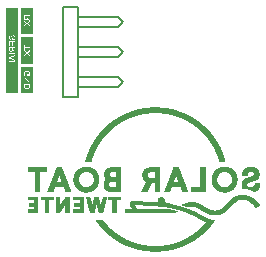
<source format=gbo>
G04*
G04 #@! TF.GenerationSoftware,Altium Limited,Altium Designer,18.1.9 (240)*
G04*
G04 Layer_Color=32896*
%FSLAX25Y25*%
%MOIN*%
G70*
G01*
G75*
%ADD11C,0.00787*%
%ADD65C,0.00085*%
G36*
X211614Y-13780D02*
X207677D01*
Y14764D01*
X211614D01*
Y-13780D01*
D02*
G37*
G36*
X216535Y-13780D02*
X212598D01*
Y-4921D01*
X216535D01*
Y-13780D01*
D02*
G37*
G36*
Y-3937D02*
X212598D01*
Y4921D01*
X216535D01*
Y-3937D01*
D02*
G37*
G36*
Y5906D02*
X212598D01*
Y14764D01*
X216535D01*
Y5906D01*
D02*
G37*
%LPC*%
G36*
X210705Y5468D02*
X208586D01*
X210705D01*
D01*
D02*
G37*
G36*
X210013D02*
X209989Y5213D01*
X209992D01*
X209995D01*
X210004Y5210D01*
X210016D01*
X210042Y5204D01*
X210081Y5196D01*
X210119Y5184D01*
X210164Y5172D01*
X210205Y5151D01*
X210244Y5130D01*
X210247Y5127D01*
X210258Y5119D01*
X210279Y5104D01*
X210300Y5080D01*
X210327Y5051D01*
X210353Y5018D01*
X210380Y4974D01*
X210403Y4926D01*
Y4923D01*
X210406Y4920D01*
X210409Y4911D01*
X210412Y4902D01*
X210421Y4873D01*
X210433Y4834D01*
X210445Y4787D01*
X210454Y4734D01*
X210460Y4675D01*
X210463Y4609D01*
Y4583D01*
X210460Y4553D01*
X210457Y4518D01*
X210451Y4476D01*
X210445Y4429D01*
X210433Y4382D01*
X210418Y4337D01*
X210415Y4331D01*
X210409Y4316D01*
X210398Y4296D01*
X210386Y4269D01*
X210365Y4242D01*
X210344Y4213D01*
X210321Y4183D01*
X210291Y4160D01*
X210288Y4157D01*
X210276Y4151D01*
X210261Y4142D01*
X210238Y4130D01*
X210214Y4118D01*
X210184Y4109D01*
X210152Y4103D01*
X210116Y4100D01*
X210113D01*
X210099D01*
X210081Y4103D01*
X210057Y4106D01*
X210033Y4115D01*
X210004Y4124D01*
X209974Y4139D01*
X209948Y4160D01*
X209945Y4163D01*
X209936Y4171D01*
X209924Y4183D01*
X209906Y4204D01*
X209888Y4228D01*
X209868Y4260D01*
X209847Y4299D01*
X209829Y4343D01*
X209826Y4346D01*
X209823Y4361D01*
X209814Y4385D01*
X209811Y4399D01*
X209805Y4420D01*
X209797Y4441D01*
X209791Y4467D01*
X209782Y4497D01*
X209773Y4532D01*
X209764Y4568D01*
X209752Y4609D01*
X209740Y4657D01*
X209729Y4707D01*
Y4710D01*
X209726Y4719D01*
X209723Y4734D01*
X209717Y4752D01*
X209711Y4775D01*
X209705Y4802D01*
X209687Y4861D01*
X209666Y4926D01*
X209646Y4994D01*
X209625Y5054D01*
X209613Y5080D01*
X209601Y5104D01*
Y5107D01*
X209598Y5110D01*
X209587Y5127D01*
X209572Y5154D01*
X209548Y5184D01*
X209521Y5219D01*
X209489Y5255D01*
X209450Y5290D01*
X209409Y5320D01*
X209403Y5323D01*
X209388Y5332D01*
X209365Y5344D01*
X209335Y5355D01*
X209296Y5367D01*
X209252Y5379D01*
X209205Y5388D01*
X209154Y5391D01*
X209151D01*
X209148D01*
X209139D01*
X209128D01*
X209098Y5385D01*
X209060Y5379D01*
X209015Y5370D01*
X208965Y5355D01*
X208915Y5335D01*
X208864Y5305D01*
X208861D01*
X208858Y5302D01*
X208841Y5287D01*
X208817Y5267D01*
X208787Y5240D01*
X208755Y5204D01*
X208719Y5160D01*
X208687Y5107D01*
X208657Y5048D01*
Y5045D01*
X208654Y5039D01*
X208651Y5030D01*
X208645Y5018D01*
X208639Y5003D01*
X208633Y4983D01*
X208622Y4938D01*
X208610Y4882D01*
X208598Y4817D01*
X208589Y4749D01*
X208586Y4672D01*
Y4633D01*
X208589Y4612D01*
Y4592D01*
X208595Y4535D01*
X208604Y4473D01*
X208619Y4408D01*
X208636Y4337D01*
X208660Y4272D01*
Y4269D01*
X208663Y4263D01*
X208669Y4254D01*
X208675Y4242D01*
X208690Y4213D01*
X208716Y4174D01*
X208746Y4130D01*
X208784Y4086D01*
X208829Y4044D01*
X208879Y4006D01*
X208882D01*
X208885Y4003D01*
X208894Y3997D01*
X208903Y3991D01*
X208932Y3976D01*
X208971Y3958D01*
X209018Y3938D01*
X209074Y3923D01*
X209134Y3908D01*
X209199Y3902D01*
X209219Y4163D01*
X209216D01*
X209211D01*
X209202Y4166D01*
X209187Y4168D01*
X209154Y4177D01*
X209110Y4189D01*
X209063Y4207D01*
X209015Y4234D01*
X208971Y4266D01*
X208929Y4308D01*
X208926Y4313D01*
X208915Y4328D01*
X208897Y4358D01*
X208879Y4396D01*
X208861Y4447D01*
X208843Y4506D01*
X208832Y4580D01*
X208829Y4663D01*
Y4704D01*
X208832Y4722D01*
X208835Y4746D01*
X208841Y4799D01*
X208852Y4858D01*
X208867Y4917D01*
X208891Y4974D01*
X208906Y4997D01*
X208921Y5021D01*
X208923Y5027D01*
X208935Y5039D01*
X208956Y5057D01*
X208980Y5074D01*
X209012Y5095D01*
X209048Y5113D01*
X209089Y5125D01*
X209137Y5130D01*
X209142D01*
X209154D01*
X209175Y5127D01*
X209199Y5122D01*
X209228Y5113D01*
X209258Y5098D01*
X209288Y5080D01*
X209317Y5054D01*
X209320Y5051D01*
X209329Y5036D01*
X209338Y5024D01*
X209344Y5012D01*
X209353Y4994D01*
X209365Y4974D01*
X209373Y4947D01*
X209385Y4917D01*
X209397Y4885D01*
X209412Y4846D01*
X209424Y4805D01*
X209438Y4758D01*
X209450Y4704D01*
X209465Y4645D01*
Y4642D01*
X209468Y4630D01*
X209471Y4612D01*
X209477Y4592D01*
X209483Y4565D01*
X209492Y4532D01*
X209501Y4500D01*
X209509Y4465D01*
X209530Y4388D01*
X209551Y4313D01*
X209563Y4278D01*
X209575Y4245D01*
X209583Y4216D01*
X209595Y4192D01*
Y4189D01*
X209598Y4183D01*
X209604Y4174D01*
X209610Y4163D01*
X209628Y4130D01*
X209652Y4092D01*
X209684Y4047D01*
X209720Y4003D01*
X209761Y3961D01*
X209805Y3926D01*
X209811Y3923D01*
X209826Y3911D01*
X209853Y3899D01*
X209888Y3881D01*
X209930Y3867D01*
X209980Y3852D01*
X210036Y3843D01*
X210096Y3840D01*
X210122D01*
X210155Y3846D01*
X210196Y3852D01*
X210244Y3864D01*
X210294Y3878D01*
X210347Y3902D01*
X210403Y3935D01*
X210406D01*
X210409Y3938D01*
X210427Y3952D01*
X210454Y3973D01*
X210483Y4003D01*
X210519Y4041D01*
X210557Y4089D01*
X210593Y4142D01*
X210625Y4204D01*
Y4207D01*
X210628Y4213D01*
X210631Y4222D01*
X210637Y4234D01*
X210643Y4251D01*
X210652Y4272D01*
X210664Y4319D01*
X210679Y4376D01*
X210694Y4444D01*
X210702Y4518D01*
X210705Y4598D01*
Y4142D01*
Y4645D01*
X210702Y4669D01*
Y4695D01*
X210699Y4725D01*
X210697Y4761D01*
X210685Y4834D01*
X210673Y4911D01*
X210652Y4988D01*
X210625Y5062D01*
Y5065D01*
X210623Y5071D01*
X210617Y5080D01*
X210611Y5092D01*
X210593Y5127D01*
X210566Y5169D01*
X210531Y5216D01*
X210489Y5267D01*
X210439Y5314D01*
X210383Y5358D01*
X210380D01*
X210374Y5364D01*
X210365Y5367D01*
X210353Y5376D01*
X210338Y5382D01*
X210321Y5391D01*
X210276Y5412D01*
X210220Y5432D01*
X210158Y5450D01*
X210087Y5462D01*
X210013Y5468D01*
D02*
G37*
G36*
X210670Y3464D02*
X208622D01*
Y1934D01*
Y1981D01*
X208864D01*
Y3192D01*
X209489D01*
Y2058D01*
X209732D01*
Y3192D01*
X210427D01*
Y1934D01*
X210670D01*
Y3464D01*
D02*
G37*
G36*
Y1555D02*
X208622D01*
Y605D01*
X208625Y581D01*
Y554D01*
X208627Y492D01*
X208636Y427D01*
X208645Y356D01*
X208660Y291D01*
X208669Y258D01*
X208678Y232D01*
Y229D01*
X208681Y226D01*
X208690Y208D01*
X208701Y181D01*
X208722Y149D01*
X208749Y113D01*
X208784Y75D01*
X208826Y39D01*
X208873Y4D01*
X208876D01*
X208879Y1D01*
X208897Y-11D01*
X208926Y-23D01*
X208965Y-41D01*
X209009Y-55D01*
X209063Y-70D01*
X209119Y-79D01*
X209181Y-82D01*
X209184D01*
X209190D01*
X209202D01*
X209216Y-79D01*
X209237D01*
X209258Y-76D01*
X209308Y-64D01*
X209367Y-47D01*
X209430Y-23D01*
X209492Y13D01*
X209521Y36D01*
X209551Y60D01*
X209554Y63D01*
X209557Y66D01*
X209566Y75D01*
X209575Y87D01*
X209587Y101D01*
X209598Y119D01*
X209613Y143D01*
X209631Y166D01*
X209646Y196D01*
X209661Y229D01*
X209678Y264D01*
X209693Y303D01*
X209705Y347D01*
X209720Y391D01*
X209729Y442D01*
X209737Y495D01*
X209740Y489D01*
X209746Y477D01*
X209758Y460D01*
X209770Y436D01*
X209803Y383D01*
X209823Y356D01*
X209841Y332D01*
X209847Y326D01*
X209862Y312D01*
X209885Y288D01*
X209915Y258D01*
X209957Y226D01*
X210001Y187D01*
X210054Y149D01*
X210113Y107D01*
X210670Y-245D01*
D01*
Y1555D01*
D02*
G37*
G36*
Y-553D02*
X208622D01*
Y-825D01*
X210670D01*
Y-553D01*
D02*
G37*
G36*
Y-1080D02*
X208622D01*
X210670D01*
X208622Y-1861D01*
Y-2995D01*
Y-2157D01*
X210670Y-2995D01*
D01*
Y-2687D01*
X210048Y-2447D01*
Y-1589D01*
X210670Y-1367D01*
Y-1080D01*
D02*
G37*
G36*
Y-3202D02*
X208622D01*
Y-3474D01*
X210427D01*
Y-4484D01*
X210670D01*
Y-3202D01*
D02*
G37*
%LPD*%
G36*
X209527Y673D02*
X209524Y637D01*
X209521Y596D01*
X209518Y548D01*
X209512Y501D01*
X209504Y454D01*
X209492Y412D01*
X209489Y406D01*
X209483Y395D01*
X209474Y377D01*
X209462Y353D01*
X209444Y326D01*
X209424Y300D01*
X209397Y273D01*
X209367Y252D01*
X209365Y249D01*
X209353Y243D01*
X209335Y235D01*
X209311Y223D01*
X209285Y214D01*
X209255Y205D01*
X209219Y199D01*
X209184Y196D01*
X209181D01*
X209178D01*
X209160Y199D01*
X209134Y202D01*
X209098Y208D01*
X209063Y223D01*
X209021Y240D01*
X208983Y267D01*
X208944Y303D01*
X208941Y309D01*
X208929Y323D01*
X208915Y347D01*
X208897Y386D01*
X208879Y430D01*
X208864Y489D01*
X208852Y557D01*
X208849Y637D01*
Y1283D01*
X209527D01*
Y673D01*
D02*
G37*
G36*
X210670Y93D02*
X210244Y362D01*
X210241D01*
X210235Y368D01*
X210226Y374D01*
X210214Y383D01*
X210181Y403D01*
X210140Y430D01*
X210096Y463D01*
X210048Y495D01*
X210004Y528D01*
X209962Y557D01*
X209959Y560D01*
X209948Y569D01*
X209930Y584D01*
X209909Y605D01*
X209865Y649D01*
X209844Y673D01*
X209826Y696D01*
X209823Y699D01*
X209820Y705D01*
X209814Y717D01*
X209805Y735D01*
X209797Y753D01*
X209788Y773D01*
X209773Y821D01*
Y824D01*
X209770Y830D01*
Y841D01*
X209767Y856D01*
X209764Y877D01*
Y901D01*
X209761Y933D01*
Y1283D01*
X210670D01*
Y93D01*
D02*
G37*
G36*
X209826Y-2361D02*
X209264Y-2148D01*
X209261D01*
X209252Y-2145D01*
X209237Y-2139D01*
X209219Y-2133D01*
X209199Y-2125D01*
X209172Y-2116D01*
X209142Y-2107D01*
X209113Y-2095D01*
X209045Y-2071D01*
X208974Y-2048D01*
X208903Y-2024D01*
X208835Y-2003D01*
X208838D01*
X208843Y-2000D01*
X208855D01*
X208867Y-1994D01*
X208888Y-1991D01*
X208909Y-1985D01*
X208959Y-1973D01*
X209018Y-1959D01*
X209083Y-1938D01*
X209154Y-1917D01*
X209228Y-1891D01*
X209826Y-1669D01*
Y-2361D01*
D02*
G37*
%LPC*%
G36*
X215627Y-6322D02*
X213507D01*
X214549D01*
X214528Y-6325D01*
X214502D01*
X214469Y-6328D01*
X214437Y-6334D01*
X214398Y-6337D01*
X214357Y-6346D01*
X214312Y-6352D01*
X214218Y-6376D01*
X214120Y-6405D01*
X214022Y-6447D01*
X214019Y-6450D01*
X214010Y-6453D01*
X213999Y-6459D01*
X213981Y-6470D01*
X213957Y-6482D01*
X213933Y-6497D01*
X213877Y-6538D01*
X213812Y-6589D01*
X213750Y-6651D01*
X213688Y-6722D01*
X213661Y-6763D01*
X213634Y-6805D01*
X213632Y-6808D01*
X213629Y-6817D01*
X213623Y-6829D01*
X213614Y-6846D01*
X213605Y-6870D01*
X213593Y-6897D01*
X213581Y-6926D01*
X213569Y-6962D01*
X213558Y-7000D01*
X213549Y-7042D01*
X213537Y-7086D01*
X213528Y-7133D01*
X213513Y-7237D01*
X213507Y-7290D01*
Y-7240D01*
Y-7385D01*
X213510Y-7403D01*
Y-7426D01*
X213516Y-7483D01*
X213525Y-7545D01*
X213540Y-7610D01*
X213558Y-7681D01*
X213581Y-7749D01*
Y-7752D01*
X213584Y-7758D01*
X213587Y-7767D01*
X213593Y-7779D01*
X213611Y-7811D01*
X213632Y-7853D01*
X213661Y-7897D01*
X213697Y-7944D01*
X213735Y-7989D01*
X213783Y-8030D01*
X213789Y-8036D01*
X213806Y-8048D01*
X213833Y-8066D01*
X213871Y-8089D01*
X213919Y-8113D01*
X213978Y-8140D01*
X214043Y-8166D01*
X214117Y-8187D01*
X214182Y-7941D01*
X214179D01*
X214176Y-7938D01*
X214167Y-7936D01*
X214156Y-7933D01*
X214129Y-7924D01*
X214093Y-7912D01*
X214052Y-7894D01*
X214013Y-7873D01*
X213972Y-7853D01*
X213936Y-7826D01*
X213933Y-7823D01*
X213922Y-7814D01*
X213907Y-7796D01*
X213886Y-7776D01*
X213862Y-7749D01*
X213839Y-7713D01*
X213815Y-7675D01*
X213794Y-7631D01*
X213791Y-7625D01*
X213786Y-7610D01*
X213777Y-7583D01*
X213765Y-7548D01*
X213756Y-7506D01*
X213747Y-7459D01*
X213741Y-7406D01*
X213738Y-7349D01*
Y-7317D01*
X213741Y-7302D01*
Y-7284D01*
X213744Y-7240D01*
X213753Y-7190D01*
X213762Y-7133D01*
X213777Y-7080D01*
X213797Y-7027D01*
X213800Y-7021D01*
X213806Y-7003D01*
X213821Y-6979D01*
X213836Y-6950D01*
X213860Y-6914D01*
X213883Y-6876D01*
X213913Y-6840D01*
X213945Y-6808D01*
X213948Y-6805D01*
X213960Y-6793D01*
X213981Y-6778D01*
X214004Y-6760D01*
X214034Y-6740D01*
X214070Y-6719D01*
X214108Y-6698D01*
X214150Y-6678D01*
X214153D01*
X214158Y-6675D01*
X214167Y-6672D01*
X214182Y-6666D01*
X214200Y-6660D01*
X214221Y-6654D01*
X214244Y-6645D01*
X214271Y-6639D01*
X214333Y-6624D01*
X214404Y-6612D01*
X214478Y-6604D01*
X214561Y-6600D01*
X214564D01*
X214573D01*
X214588D01*
X214605Y-6604D01*
X214629D01*
X214659Y-6606D01*
X214688Y-6609D01*
X214721Y-6612D01*
X214795Y-6624D01*
X214872Y-6639D01*
X214949Y-6663D01*
X215023Y-6692D01*
X215026D01*
X215032Y-6698D01*
X215040Y-6701D01*
X215052Y-6710D01*
X215085Y-6731D01*
X215126Y-6763D01*
X215171Y-6802D01*
X215215Y-6849D01*
X215257Y-6905D01*
X215295Y-6968D01*
Y-6971D01*
X215298Y-6977D01*
X215304Y-6985D01*
X215310Y-7000D01*
X215316Y-7015D01*
X215322Y-7036D01*
X215339Y-7083D01*
X215354Y-7142D01*
X215369Y-7207D01*
X215381Y-7278D01*
X215384Y-7352D01*
Y-7382D01*
X215381Y-7400D01*
Y-7418D01*
X215375Y-7462D01*
X215369Y-7515D01*
X215357Y-7571D01*
X215339Y-7634D01*
X215319Y-7696D01*
Y-7699D01*
X215316Y-7705D01*
X215313Y-7711D01*
X215307Y-7722D01*
X215292Y-7755D01*
X215274Y-7790D01*
X215254Y-7832D01*
X215230Y-7876D01*
X215203Y-7918D01*
X215174Y-7953D01*
X214789D01*
Y-7349D01*
X214546D01*
Y-8220D01*
X215307D01*
X215310Y-8217D01*
X215313Y-8211D01*
X215322Y-8199D01*
X215334Y-8184D01*
X215345Y-8166D01*
X215360Y-8146D01*
X215378Y-8119D01*
X215396Y-8092D01*
X215434Y-8030D01*
X215476Y-7959D01*
X215514Y-7885D01*
X215547Y-7805D01*
Y-7802D01*
X215550Y-7796D01*
X215553Y-7785D01*
X215559Y-7770D01*
X215564Y-7749D01*
X215573Y-7725D01*
X215579Y-7699D01*
X215585Y-7672D01*
X215600Y-7607D01*
X215615Y-7533D01*
X215624Y-7453D01*
X215627Y-7370D01*
Y-7341D01*
X215624Y-7320D01*
Y-7293D01*
X215621Y-7261D01*
X215615Y-7225D01*
X215612Y-7187D01*
X215594Y-7101D01*
X215573Y-7009D01*
X215541Y-6914D01*
X215523Y-6867D01*
X215499Y-6820D01*
X215496Y-6817D01*
X215493Y-6808D01*
X215484Y-6796D01*
X215476Y-6778D01*
X215461Y-6757D01*
X215446Y-6737D01*
X215405Y-6680D01*
X215351Y-6621D01*
X215286Y-6559D01*
X215212Y-6500D01*
X215126Y-6447D01*
X215123D01*
X215114Y-6441D01*
X215103Y-6435D01*
X215082Y-6426D01*
X215061Y-6417D01*
X215032Y-6408D01*
X215002Y-6396D01*
X214967Y-6385D01*
X214928Y-6373D01*
X214884Y-6361D01*
X214839Y-6352D01*
X214792Y-6343D01*
X214688Y-6328D01*
X214579Y-6322D01*
X215627D01*
D01*
D02*
G37*
G36*
X215591Y-8616D02*
X213543D01*
Y-10229D01*
X215591D01*
Y-9948D01*
X213984Y-8877D01*
X215591D01*
Y-8616D01*
D02*
G37*
G36*
Y-10685D02*
X213543D01*
Y-12378D01*
Y-11473D01*
X213546Y-11526D01*
X213549Y-11585D01*
X213555Y-11644D01*
X213563Y-11704D01*
X213572Y-11754D01*
Y-11757D01*
X213575Y-11763D01*
Y-11772D01*
X213581Y-11784D01*
X213590Y-11816D01*
X213605Y-11857D01*
X213626Y-11905D01*
X213652Y-11955D01*
X213682Y-12005D01*
X213720Y-12053D01*
X213723Y-12056D01*
X213726Y-12059D01*
X213735Y-12068D01*
X213744Y-12079D01*
X213774Y-12109D01*
X213815Y-12145D01*
X213865Y-12183D01*
X213925Y-12225D01*
X213993Y-12263D01*
X214070Y-12296D01*
X214073D01*
X214078Y-12299D01*
X214090Y-12304D01*
X214108Y-12307D01*
X214129Y-12316D01*
X214153Y-12322D01*
X214179Y-12328D01*
X214212Y-12337D01*
X214244Y-12346D01*
X214283Y-12352D01*
X214366Y-12367D01*
X214457Y-12376D01*
X214558Y-12378D01*
X214597D01*
X214617Y-12376D01*
X214641D01*
X214697Y-12372D01*
X214762Y-12364D01*
X214830Y-12355D01*
X214901Y-12340D01*
X214972Y-12322D01*
X214975D01*
X214981Y-12319D01*
X214990Y-12316D01*
X215002Y-12313D01*
X215035Y-12302D01*
X215076Y-12284D01*
X215123Y-12266D01*
X215171Y-12242D01*
X215221Y-12213D01*
X215268Y-12183D01*
X215274Y-12180D01*
X215289Y-12168D01*
X215310Y-12150D01*
X215336Y-12127D01*
X215366Y-12100D01*
X215396Y-12068D01*
X215428Y-12035D01*
X215455Y-11997D01*
X215458Y-11991D01*
X215467Y-11979D01*
X215479Y-11958D01*
X215493Y-11929D01*
X215511Y-11893D01*
X215526Y-11852D01*
X215544Y-11804D01*
X215559Y-11751D01*
Y-11745D01*
X215562Y-11736D01*
X215564Y-11727D01*
X215567Y-11698D01*
X215573Y-11656D01*
X215579Y-11609D01*
X215585Y-11553D01*
X215588Y-11490D01*
X215591Y-11422D01*
Y-10685D01*
D02*
G37*
%LPD*%
G36*
X215153Y-9969D02*
X213543D01*
Y-8895D01*
X215153Y-9969D01*
D02*
G37*
G36*
X215348Y-11443D02*
X215345Y-11464D01*
X215342Y-11508D01*
X215339Y-11558D01*
X215334Y-11612D01*
X215325Y-11665D01*
X215313Y-11710D01*
X215310Y-11715D01*
X215307Y-11730D01*
X215298Y-11751D01*
X215286Y-11778D01*
X215268Y-11807D01*
X215251Y-11837D01*
X215230Y-11866D01*
X215206Y-11896D01*
X215200Y-11899D01*
X215189Y-11911D01*
X215168Y-11929D01*
X215138Y-11949D01*
X215100Y-11973D01*
X215055Y-12000D01*
X215005Y-12023D01*
X214949Y-12044D01*
X214946D01*
X214940Y-12047D01*
X214931Y-12050D01*
X214919Y-12053D01*
X214904Y-12056D01*
X214884Y-12062D01*
X214863Y-12068D01*
X214839Y-12074D01*
X214780Y-12083D01*
X214712Y-12091D01*
X214635Y-12097D01*
X214552Y-12100D01*
X214549D01*
X214537D01*
X214523D01*
X214499Y-12097D01*
X214472D01*
X214443Y-12094D01*
X214407Y-12091D01*
X214372Y-12088D01*
X214292Y-12074D01*
X214209Y-12056D01*
X214132Y-12029D01*
X214093Y-12011D01*
X214061Y-11994D01*
X214058D01*
X214052Y-11988D01*
X214043Y-11982D01*
X214031Y-11976D01*
X214002Y-11952D01*
X213966Y-11923D01*
X213928Y-11884D01*
X213889Y-11840D01*
X213857Y-11789D01*
X213830Y-11736D01*
X213827Y-11730D01*
X213824Y-11715D01*
X213815Y-11689D01*
X213806Y-11650D01*
X213800Y-11603D01*
X213791Y-11544D01*
X213789Y-11508D01*
Y-11470D01*
X213786Y-11431D01*
Y-10958D01*
X215348D01*
Y-11443D01*
D02*
G37*
%LPC*%
G36*
X215591Y2277D02*
X213543D01*
Y655D01*
X213786D01*
Y1330D01*
X215591D01*
Y1602D01*
X213786D01*
Y2277D01*
X215591D01*
Y1602D01*
D01*
Y2277D01*
D01*
D02*
G37*
G36*
Y584D02*
X213543D01*
Y-1293D01*
D01*
Y-1237D01*
X214517Y-526D01*
X215591Y-1293D01*
Y-958D01*
X214863Y-440D01*
X214860Y-437D01*
X214851Y-431D01*
X214839Y-426D01*
X214824Y-414D01*
X214783Y-387D01*
X214739Y-357D01*
X214742Y-354D01*
X214753Y-345D01*
X214771Y-334D01*
X214795Y-319D01*
X214842Y-286D01*
X214863Y-272D01*
X214881Y-260D01*
X215591Y258D01*
Y584D01*
D02*
G37*
%LPD*%
G36*
X214531Y-206D02*
X213543Y492D01*
Y584D01*
X215591D01*
X214531Y-206D01*
D02*
G37*
G36*
X214070Y-203D02*
X214073D01*
X214076Y-209D01*
X214085Y-215D01*
X214096Y-224D01*
X214126Y-242D01*
X214161Y-269D01*
X214203Y-295D01*
X214244Y-322D01*
X214283Y-345D01*
X214318Y-366D01*
X214312Y-369D01*
X214300Y-378D01*
X214277Y-393D01*
X214247Y-414D01*
X214215Y-437D01*
X214173Y-467D01*
X214132Y-496D01*
X214087Y-532D01*
X213543Y-941D01*
Y169D01*
X214070Y-203D01*
D02*
G37*
%LPC*%
G36*
X215591Y12200D02*
X213543D01*
Y10400D01*
D01*
Y11249D01*
X213546Y11226D01*
Y11199D01*
X213549Y11137D01*
X213558Y11072D01*
X213566Y11001D01*
X213581Y10936D01*
X213590Y10903D01*
X213599Y10876D01*
Y10873D01*
X213602Y10870D01*
X213611Y10853D01*
X213623Y10826D01*
X213643Y10793D01*
X213670Y10758D01*
X213706Y10719D01*
X213747Y10684D01*
X213794Y10648D01*
X213797D01*
X213800Y10645D01*
X213818Y10634D01*
X213848Y10622D01*
X213886Y10604D01*
X213931Y10589D01*
X213984Y10574D01*
X214040Y10565D01*
X214102Y10563D01*
X214105D01*
X214111D01*
X214123D01*
X214138Y10565D01*
X214158D01*
X214179Y10569D01*
X214229Y10580D01*
X214289Y10598D01*
X214351Y10622D01*
X214413Y10657D01*
X214443Y10681D01*
X214472Y10705D01*
X214475Y10708D01*
X214478Y10711D01*
X214487Y10719D01*
X214496Y10731D01*
X214508Y10746D01*
X214520Y10764D01*
X214534Y10787D01*
X214552Y10811D01*
X214567Y10841D01*
X214582Y10873D01*
X214599Y10909D01*
X214614Y10947D01*
X214626Y10992D01*
X214641Y11036D01*
X214650Y11086D01*
X214659Y11140D01*
X214662Y11134D01*
X214668Y11122D01*
X214679Y11104D01*
X214691Y11081D01*
X214724Y11027D01*
X214744Y11001D01*
X214762Y10977D01*
X214768Y10971D01*
X214783Y10956D01*
X214807Y10933D01*
X214836Y10903D01*
X214878Y10870D01*
X214922Y10832D01*
X214975Y10793D01*
X215035Y10752D01*
X215591Y10400D01*
D01*
Y10737D01*
X215165Y11007D01*
X215162D01*
X215156Y11012D01*
X215147Y11018D01*
X215135Y11027D01*
X215103Y11048D01*
X215061Y11075D01*
X215017Y11107D01*
X214969Y11140D01*
X214925Y11172D01*
X214884Y11202D01*
X214881Y11205D01*
X214869Y11214D01*
X214851Y11229D01*
X214830Y11249D01*
X214786Y11294D01*
X214765Y11317D01*
X214748Y11341D01*
X214744Y11344D01*
X214742Y11350D01*
X214736Y11362D01*
X214727Y11379D01*
X214718Y11397D01*
X214709Y11418D01*
X214694Y11465D01*
Y11468D01*
X214691Y11474D01*
Y11486D01*
X214688Y11501D01*
X214685Y11522D01*
Y11545D01*
X214682Y11578D01*
Y11927D01*
X215591D01*
Y12200D01*
D02*
G37*
G36*
Y10346D02*
X213543D01*
Y8470D01*
D01*
Y8526D01*
X214517Y9236D01*
X215591Y8470D01*
Y8804D01*
X214863Y9322D01*
X214860Y9325D01*
X214851Y9331D01*
X214839Y9337D01*
X214824Y9349D01*
X214783Y9376D01*
X214739Y9405D01*
X214742Y9408D01*
X214753Y9417D01*
X214771Y9429D01*
X214795Y9444D01*
X214842Y9476D01*
X214863Y9491D01*
X214881Y9503D01*
X215591Y10021D01*
Y10346D01*
D02*
G37*
%LPD*%
G36*
X214448Y11317D02*
X214446Y11282D01*
X214443Y11240D01*
X214440Y11193D01*
X214434Y11146D01*
X214425Y11098D01*
X214413Y11057D01*
X214410Y11051D01*
X214404Y11039D01*
X214395Y11021D01*
X214383Y10998D01*
X214366Y10971D01*
X214345Y10944D01*
X214318Y10918D01*
X214289Y10897D01*
X214286Y10894D01*
X214274Y10888D01*
X214256Y10879D01*
X214232Y10867D01*
X214206Y10859D01*
X214176Y10850D01*
X214141Y10844D01*
X214105Y10841D01*
X214102D01*
X214099D01*
X214082Y10844D01*
X214055Y10847D01*
X214019Y10853D01*
X213984Y10867D01*
X213942Y10885D01*
X213904Y10912D01*
X213865Y10947D01*
X213862Y10953D01*
X213851Y10968D01*
X213836Y10992D01*
X213818Y11030D01*
X213800Y11075D01*
X213786Y11134D01*
X213774Y11202D01*
X213771Y11282D01*
Y11927D01*
X214448D01*
Y11317D01*
D02*
G37*
G36*
X214531Y9556D02*
X213543Y10255D01*
Y10346D01*
X215591D01*
X214531Y9556D01*
D02*
G37*
G36*
X214070Y9559D02*
X214073D01*
X214076Y9553D01*
X214085Y9547D01*
X214096Y9538D01*
X214126Y9521D01*
X214161Y9494D01*
X214203Y9467D01*
X214244Y9441D01*
X214283Y9417D01*
X214318Y9396D01*
X214312Y9393D01*
X214300Y9385D01*
X214277Y9370D01*
X214247Y9349D01*
X214215Y9325D01*
X214173Y9296D01*
X214132Y9266D01*
X214087Y9231D01*
X213543Y8822D01*
Y9932D01*
X214070Y9559D01*
D02*
G37*
D11*
X231457Y-15000D02*
Y15000D01*
X226457Y-15000D02*
X231457D01*
X226457Y15000D02*
X231457D01*
X226457Y-15000D02*
Y15000D01*
X231457Y11667D02*
X244790D01*
X246457Y10000D01*
X244790Y8333D02*
X246457Y10000D01*
X231457Y8333D02*
X244790D01*
X231457Y1667D02*
X244790D01*
X246457Y0D01*
X244790Y-1667D02*
X246457Y0D01*
X231457Y-1667D02*
X244790D01*
X231457Y-8333D02*
X244790D01*
X246457Y-10000D01*
X244790Y-11667D02*
X246457Y-10000D01*
X231457Y-11667D02*
X244790D01*
D65*
X255712Y-18540D02*
X258687D01*
X254692Y-18625D02*
X259707D01*
X253927Y-18710D02*
X260387D01*
X253417Y-18795D02*
X260982D01*
X252907Y-18880D02*
X261492D01*
X252482Y-18965D02*
X261917D01*
X252057Y-19050D02*
X262342D01*
X251632Y-19135D02*
X262682D01*
X251292Y-19220D02*
X263107D01*
X251037Y-19305D02*
X263362D01*
X250697Y-19390D02*
X263702D01*
X250357Y-19475D02*
X264042D01*
X250102Y-19560D02*
X264297D01*
X249847Y-19645D02*
X264552D01*
X249592Y-19730D02*
X264807D01*
X249337Y-19815D02*
X265062D01*
X249082Y-19900D02*
X265317D01*
X248827Y-19985D02*
X265572D01*
X248657Y-20070D02*
X265742D01*
X258517Y-20155D02*
X265997D01*
X248402D02*
X255882D01*
X259537Y-20240D02*
X266167D01*
X248232D02*
X254862D01*
X260217Y-20325D02*
X266422D01*
X247977D02*
X254182D01*
X260812Y-20410D02*
X266592D01*
X247807D02*
X253587D01*
X261322Y-20495D02*
X266762D01*
X247552D02*
X253077D01*
X261747Y-20580D02*
X267017D01*
X247382D02*
X252652D01*
X262172Y-20665D02*
X267187D01*
X247212D02*
X252227D01*
X262512Y-20750D02*
X267357D01*
X247042D02*
X251887D01*
X262852Y-20835D02*
X267527D01*
X246872D02*
X251547D01*
X263192Y-20920D02*
X267697D01*
X246702D02*
X251207D01*
X263447Y-21005D02*
X267867D01*
X246532D02*
X250952D01*
X263787Y-21090D02*
X268037D01*
X246362D02*
X250612D01*
X264042Y-21175D02*
X268207D01*
X246192D02*
X250357D01*
X264297Y-21260D02*
X268377D01*
X246022D02*
X250102D01*
X264552Y-21345D02*
X268547D01*
X245852D02*
X249847D01*
X264807Y-21430D02*
X268717D01*
X245682D02*
X249592D01*
X264977Y-21515D02*
X268887D01*
X245512D02*
X249337D01*
X265232Y-21600D02*
X268972D01*
X245342D02*
X249167D01*
X265487Y-21685D02*
X269142D01*
X245257D02*
X248912D01*
X265657Y-21770D02*
X269312D01*
X245087D02*
X248742D01*
X265912Y-21855D02*
X269482D01*
X244917D02*
X248487D01*
X266082Y-21940D02*
X269567D01*
X244832D02*
X248317D01*
X266252Y-22025D02*
X269737D01*
X244662D02*
X248147D01*
X266507Y-22110D02*
X269907D01*
X244492D02*
X247892D01*
X266677Y-22195D02*
X269992D01*
X244407D02*
X247722D01*
X266847Y-22280D02*
X270162D01*
X244237D02*
X247552D01*
X267017Y-22365D02*
X270247D01*
X244152D02*
X247382D01*
X267187Y-22450D02*
X270417D01*
X243982D02*
X247212D01*
X267357Y-22535D02*
X270502D01*
X243897D02*
X247042D01*
X267527Y-22620D02*
X270672D01*
X243727D02*
X246872D01*
X267697Y-22705D02*
X270757D01*
X243642D02*
X246702D01*
X267867Y-22790D02*
X270927D01*
X243472D02*
X246532D01*
X267952Y-22875D02*
X271012D01*
X243387D02*
X246362D01*
X268122Y-22960D02*
X271097D01*
X243217D02*
X246277D01*
X268292Y-23045D02*
X271267D01*
X243132D02*
X246107D01*
X268462Y-23130D02*
X271352D01*
X243047D02*
X245937D01*
X268632Y-23215D02*
X271522D01*
X242877D02*
X245767D01*
X268717Y-23300D02*
X271607D01*
X242792D02*
X245682D01*
X268887Y-23385D02*
X271692D01*
X242707D02*
X245512D01*
X269057Y-23470D02*
X271862D01*
X242537D02*
X245342D01*
X269142Y-23555D02*
X271947D01*
X242452D02*
X245257D01*
X269312Y-23640D02*
X272032D01*
X242367D02*
X245087D01*
X269397Y-23725D02*
X272117D01*
X242197D02*
X245002D01*
X269567Y-23810D02*
X272287D01*
X242112D02*
X244832D01*
X269652Y-23895D02*
X272372D01*
X242027D02*
X244747D01*
X269822Y-23980D02*
X272457D01*
X241942D02*
X244577D01*
X269907Y-24065D02*
X272542D01*
X241857D02*
X244492D01*
X270077Y-24150D02*
X272627D01*
X241687D02*
X244322D01*
X270162Y-24235D02*
X272797D01*
X241602D02*
X244237D01*
X270247Y-24320D02*
X272882D01*
X241517D02*
X244067D01*
X270417Y-24405D02*
X272967D01*
X241432D02*
X243982D01*
X270502Y-24490D02*
X273052D01*
X241347D02*
X243897D01*
X270672Y-24575D02*
X273137D01*
X241262D02*
X243727D01*
X270757Y-24660D02*
X273222D01*
X241177D02*
X243642D01*
X270842Y-24745D02*
X273307D01*
X241007D02*
X243557D01*
X270927Y-24830D02*
X273477D01*
X240922D02*
X243387D01*
X271097Y-24915D02*
X273562D01*
X240837D02*
X243302D01*
X271182Y-25000D02*
X273647D01*
X240752D02*
X243217D01*
X271267Y-25085D02*
X273732D01*
X240667D02*
X243132D01*
X271352Y-25170D02*
X273817D01*
X240582D02*
X242962D01*
X271522Y-25255D02*
X273902D01*
X240497D02*
X242877D01*
X271607Y-25340D02*
X273987D01*
X240412D02*
X242792D01*
X271692Y-25425D02*
X274072D01*
X240327D02*
X242707D01*
X271777Y-25510D02*
X274157D01*
X240242D02*
X242622D01*
X271862Y-25595D02*
X274242D01*
X240157D02*
X242537D01*
X272032Y-25680D02*
X274327D01*
X240072D02*
X242367D01*
X272117Y-25765D02*
X274412D01*
X239987D02*
X242282D01*
X272202Y-25850D02*
X274497D01*
X239902D02*
X242197D01*
X272287Y-25935D02*
X274582D01*
X239817D02*
X242112D01*
X272372Y-26020D02*
X274667D01*
X239732D02*
X242027D01*
X272457Y-26105D02*
X274752D01*
X239647D02*
X241942D01*
X272542Y-26190D02*
X274837D01*
X239562D02*
X241857D01*
X272627Y-26275D02*
X274837D01*
X239477D02*
X241772D01*
X272712Y-26360D02*
X274922D01*
X239392D02*
X241687D01*
X272797Y-26445D02*
X275007D01*
X239392D02*
X241602D01*
X272882Y-26530D02*
X275092D01*
X239307D02*
X241517D01*
X272967Y-26615D02*
X275177D01*
X239222D02*
X241432D01*
X273052Y-26700D02*
X275262D01*
X239137D02*
X241347D01*
X273137Y-26785D02*
X275347D01*
X239052D02*
X241262D01*
X273222Y-26870D02*
X275432D01*
X238967D02*
X241177D01*
X273307Y-26955D02*
X275432D01*
X238882D02*
X241092D01*
X273392Y-27040D02*
X275517D01*
X238882D02*
X241007D01*
X273477Y-27125D02*
X275602D01*
X238797D02*
X240922D01*
X273562Y-27210D02*
X275687D01*
X238712D02*
X240837D01*
X273647Y-27295D02*
X275772D01*
X238627D02*
X240752D01*
X273732Y-27380D02*
X275857D01*
X238542D02*
X240667D01*
X273817Y-27465D02*
X275857D01*
X238457D02*
X240582D01*
X273902Y-27550D02*
X275942D01*
X238457D02*
X240497D01*
X273987Y-27635D02*
X276027D01*
X238372D02*
X240412D01*
X273987Y-27720D02*
X276112D01*
X238287D02*
X240327D01*
X274072Y-27805D02*
X276197D01*
X238202D02*
X240327D01*
X274157Y-27890D02*
X276197D01*
X238202D02*
X240242D01*
X274242Y-27975D02*
X276282D01*
X238117D02*
X240157D01*
X274327Y-28060D02*
X276367D01*
X238032D02*
X240072D01*
X274412Y-28145D02*
X276452D01*
X237947D02*
X239987D01*
X274412Y-28230D02*
X276452D01*
X237947D02*
X239902D01*
X274497Y-28315D02*
X276537D01*
X237862D02*
X239902D01*
X274582Y-28400D02*
X276622D01*
X237777D02*
X239817D01*
X274667Y-28485D02*
X276707D01*
X237692D02*
X239732D01*
X274752Y-28570D02*
X276707D01*
X237692D02*
X239647D01*
X274752Y-28655D02*
X276792D01*
X237607D02*
X239562D01*
X274837Y-28740D02*
X276877D01*
X237522D02*
X239562D01*
X274922Y-28825D02*
X276877D01*
X237522D02*
X239477D01*
X275007Y-28910D02*
X276962D01*
X237437D02*
X239392D01*
X275092Y-28995D02*
X277047D01*
X237352D02*
X239307D01*
X275092Y-29080D02*
X277047D01*
X237267D02*
X239307D01*
X275177Y-29165D02*
X277132D01*
X237267D02*
X239222D01*
X275262Y-29250D02*
X277217D01*
X237182D02*
X239137D01*
X275262Y-29335D02*
X277217D01*
X237182D02*
X239052D01*
X275347Y-29420D02*
X277302D01*
X237097D02*
X239052D01*
X275432Y-29505D02*
X277387D01*
X237012D02*
X238967D01*
X275517Y-29590D02*
X277387D01*
X237012D02*
X238882D01*
X275517Y-29675D02*
X277472D01*
X236927D02*
X238882D01*
X275602Y-29760D02*
X277557D01*
X236842D02*
X238797D01*
X275687Y-29845D02*
X277557D01*
X236842D02*
X238712D01*
X275687Y-29930D02*
X277642D01*
X236757D02*
X238712D01*
X275772Y-30015D02*
X277642D01*
X236672D02*
X238627D01*
X275857Y-30100D02*
X277727D01*
X236672D02*
X238542D01*
X275857Y-30185D02*
X277812D01*
X236587D02*
X238542D01*
X275942Y-30270D02*
X277812D01*
X236587D02*
X238457D01*
X276027Y-30355D02*
X277897D01*
X236502D02*
X238372D01*
X276027Y-30440D02*
X277897D01*
X236417D02*
X238372D01*
X276112Y-30525D02*
X277982D01*
X236417D02*
X238287D01*
X276197Y-30610D02*
X278067D01*
X236332D02*
X238202D01*
X276197Y-30695D02*
X278067D01*
X236332D02*
X238202D01*
X276282Y-30780D02*
X278152D01*
X236247D02*
X238117D01*
X276282Y-30865D02*
X278152D01*
X236247D02*
X238032D01*
X276367Y-30950D02*
X278237D01*
X236162D02*
X238032D01*
X276452Y-31035D02*
X278237D01*
X236162D02*
X237947D01*
X276452Y-31120D02*
X278322D01*
X236077D02*
X237947D01*
X276537Y-31205D02*
X278322D01*
X235992D02*
X237862D01*
X276537Y-31290D02*
X278407D01*
X235992D02*
X237862D01*
X276622Y-31375D02*
X278407D01*
X235907D02*
X237777D01*
X276622Y-31460D02*
X278492D01*
X235907D02*
X237692D01*
X276707Y-31545D02*
X278577D01*
X235822D02*
X237692D01*
X276792Y-31630D02*
X278577D01*
X235822D02*
X237607D01*
X276792Y-31715D02*
X278662D01*
X235737D02*
X237607D01*
X276877Y-31800D02*
X278662D01*
X235737D02*
X237522D01*
X276877Y-31885D02*
X278747D01*
X235652D02*
X237522D01*
X276962Y-31970D02*
X278747D01*
X235652D02*
X237437D01*
X276962Y-32055D02*
X278747D01*
X235567D02*
X237437D01*
X277047Y-32140D02*
X278832D01*
X235567D02*
X237352D01*
X277047Y-32225D02*
X278832D01*
X235482D02*
X237352D01*
X277132Y-32310D02*
X278917D01*
X235482D02*
X237267D01*
X277132Y-32395D02*
X278917D01*
X235397D02*
X237267D01*
X277217Y-32480D02*
X279002D01*
X235397D02*
X237182D01*
X277217Y-32565D02*
X279002D01*
X235397D02*
X237182D01*
X277302Y-32650D02*
X279087D01*
X235312D02*
X237097D01*
X277302Y-32735D02*
X279087D01*
X235312D02*
X237097D01*
X277387Y-32820D02*
X279172D01*
X235227D02*
X237012D01*
X277387Y-32905D02*
X279172D01*
X235227D02*
X237012D01*
X277472Y-32990D02*
X279257D01*
X235142D02*
X236927D01*
X277472Y-33075D02*
X279257D01*
X235142D02*
X236927D01*
X277557Y-33160D02*
X279257D01*
X235142D02*
X236842D01*
X277557Y-33245D02*
X279342D01*
X235057D02*
X236842D01*
X277557Y-33330D02*
X279342D01*
X235057D02*
X236757D01*
X277642Y-33415D02*
X279427D01*
X234972D02*
X236757D01*
X277642Y-33500D02*
X279427D01*
X234972D02*
X236757D01*
X277727Y-33585D02*
X279427D01*
X234887D02*
X236672D01*
X277727Y-33670D02*
X279512D01*
X234887D02*
X236672D01*
X277812Y-33755D02*
X279512D01*
X234887D02*
X236587D01*
X277812Y-33840D02*
X279597D01*
X234802D02*
X236587D01*
X277812Y-33925D02*
X279597D01*
X234802D02*
X236502D01*
X277897Y-34010D02*
X279597D01*
X234802D02*
X236502D01*
X277897Y-34095D02*
X279682D01*
X234717D02*
X236502D01*
X277982Y-34180D02*
X279682D01*
X234717D02*
X236417D01*
X277982Y-34265D02*
X279682D01*
X234632D02*
X236417D01*
X277982Y-34350D02*
X279767D01*
X234632D02*
X236332D01*
X278067Y-34435D02*
X279767D01*
X234632D02*
X236332D01*
X278067Y-34520D02*
X279852D01*
X234547D02*
X236332D01*
X278152Y-34605D02*
X279852D01*
X234547D02*
X236247D01*
X278152Y-34690D02*
X279852D01*
X234547D02*
X236247D01*
X278152Y-34775D02*
X279937D01*
X234462D02*
X236247D01*
X278237Y-34860D02*
X279937D01*
X234462D02*
X236162D01*
X278237Y-34945D02*
X279937D01*
X234462D02*
X236162D01*
X278237Y-35030D02*
X280022D01*
X234377D02*
X236077D01*
X278322Y-35115D02*
X280022D01*
X234377D02*
X236077D01*
X278322Y-35200D02*
X280022D01*
X234377D02*
X236077D01*
X278322Y-35285D02*
X280107D01*
X234292D02*
X235992D01*
X278407Y-35370D02*
X280107D01*
X234292D02*
X235992D01*
X278407Y-35455D02*
X280107D01*
X234292D02*
X235992D01*
X278407Y-35540D02*
X280107D01*
X234207D02*
X235907D01*
X278492Y-35625D02*
X280192D01*
X234207D02*
X235907D01*
X278492Y-35710D02*
X280192D01*
X234207D02*
X235907D01*
X278492Y-35795D02*
X280192D01*
X234207D02*
X235907D01*
X278577Y-35880D02*
X280277D01*
X234122D02*
X235822D01*
X278577Y-35965D02*
X280277D01*
X234122D02*
X235822D01*
X278577Y-36050D02*
X280277D01*
X234122D02*
X235822D01*
X278662Y-36135D02*
X280277D01*
X234037D02*
X235737D01*
X278662Y-36220D02*
X280362D01*
X234037D02*
X235737D01*
X278662Y-36305D02*
X280362D01*
X234037D02*
X235737D01*
X278662Y-36390D02*
X279597D01*
X234802D02*
X235652D01*
X278747Y-36475D02*
X279087D01*
X235397D02*
X235652D01*
X288692Y-38345D02*
X289457D01*
X279852D02*
X280702D01*
X233782D02*
X234632D01*
X288182Y-38430D02*
X289882D01*
X279342D02*
X281212D01*
X233187D02*
X235142D01*
X287927Y-38515D02*
X290222D01*
X279002D02*
X281552D01*
X272372D02*
X273902D01*
X263362D02*
X264892D01*
X255117D02*
X258517D01*
X242282D02*
X245597D01*
X232847D02*
X235482D01*
X224432D02*
X225877D01*
X214827D02*
X220862D01*
X287757Y-38600D02*
X290392D01*
X278747D02*
X281807D01*
X272372D02*
X273902D01*
X263362D02*
X264892D01*
X254692D02*
X258517D01*
X241857D02*
X245597D01*
X232677D02*
X235737D01*
X224432D02*
X225962D01*
X214827D02*
X220862D01*
X287502Y-38685D02*
X290562D01*
X278492D02*
X282062D01*
X272372D02*
X273902D01*
X263362D02*
X264977D01*
X254437D02*
X258517D01*
X241687D02*
X245597D01*
X232422D02*
X235907D01*
X224347D02*
X225962D01*
X214827D02*
X220862D01*
X287417Y-38770D02*
X290732D01*
X278322D02*
X282232D01*
X272372D02*
X273902D01*
X263277D02*
X264977D01*
X254267D02*
X258517D01*
X241432D02*
X245597D01*
X232252D02*
X236077D01*
X224347D02*
X226047D01*
X214827D02*
X220862D01*
X287247Y-38855D02*
X290817D01*
X278152D02*
X282402D01*
X272372D02*
X273902D01*
X263277D02*
X264977D01*
X254097D02*
X258517D01*
X241347D02*
X245597D01*
X232082D02*
X236247D01*
X224262D02*
X226047D01*
X214827D02*
X220862D01*
X287162Y-38940D02*
X290902D01*
X278067D02*
X282487D01*
X272372D02*
X273902D01*
X263192D02*
X265062D01*
X254012D02*
X258517D01*
X241177D02*
X245597D01*
X231912D02*
X236417D01*
X224262D02*
X226047D01*
X214827D02*
X220862D01*
X287077Y-39025D02*
X291072D01*
X277897D02*
X282657D01*
X272372D02*
X273902D01*
X263192D02*
X265062D01*
X253842D02*
X258517D01*
X241092D02*
X245597D01*
X231827D02*
X236587D01*
X224262D02*
X226132D01*
X214827D02*
X220862D01*
X286992Y-39110D02*
X291157D01*
X277812D02*
X282742D01*
X272372D02*
X273902D01*
X263192D02*
X265062D01*
X253757D02*
X258517D01*
X241007D02*
X245597D01*
X231657D02*
X236672D01*
X224177D02*
X226132D01*
X214827D02*
X220862D01*
X286907Y-39195D02*
X291157D01*
X277642D02*
X282912D01*
X272372D02*
X273902D01*
X263107D02*
X265147D01*
X253672D02*
X258517D01*
X240922D02*
X245597D01*
X231572D02*
X236757D01*
X224177D02*
X226217D01*
X214827D02*
X220862D01*
X286822Y-39280D02*
X291242D01*
X277557D02*
X282997D01*
X272372D02*
X273902D01*
X263107D02*
X265147D01*
X253587D02*
X258517D01*
X240837D02*
X245597D01*
X231487D02*
X236927D01*
X224177D02*
X226217D01*
X214827D02*
X220862D01*
X286737Y-39365D02*
X291327D01*
X277472D02*
X283082D01*
X272372D02*
X273902D01*
X263022D02*
X265232D01*
X253502D02*
X258517D01*
X240752D02*
X245597D01*
X231402D02*
X237012D01*
X224092D02*
X226217D01*
X214827D02*
X220862D01*
X286652Y-39450D02*
X291412D01*
X277387D02*
X283167D01*
X272372D02*
X273902D01*
X263022D02*
X265232D01*
X253417D02*
X258517D01*
X240667D02*
X245597D01*
X231317D02*
X237097D01*
X224092D02*
X226302D01*
X214827D02*
X220862D01*
X286652Y-39535D02*
X291412D01*
X277302D02*
X283252D01*
X272372D02*
X273902D01*
X263022D02*
X265232D01*
X253417D02*
X258517D01*
X240582D02*
X245597D01*
X231232D02*
X237182D01*
X224007D02*
X226302D01*
X214827D02*
X220862D01*
X286567Y-39620D02*
X291497D01*
X277217D02*
X283337D01*
X272372D02*
X273902D01*
X262937D02*
X265317D01*
X253332D02*
X258517D01*
X240582D02*
X245597D01*
X231147D02*
X237267D01*
X224007D02*
X226387D01*
X214827D02*
X220862D01*
X286567Y-39705D02*
X291497D01*
X277132D02*
X283422D01*
X272372D02*
X273902D01*
X262937D02*
X265317D01*
X253332D02*
X258517D01*
X240497D02*
X245597D01*
X231062D02*
X237352D01*
X224007D02*
X226387D01*
X214827D02*
X220862D01*
X289457Y-39790D02*
X291582D01*
X286482D02*
X288607D01*
X280702D02*
X283507D01*
X277047D02*
X279937D01*
X272372D02*
X273902D01*
X262937D02*
X265402D01*
X253247D02*
X258517D01*
X240497D02*
X245597D01*
X234547D02*
X237352D01*
X230977D02*
X233782D01*
X223922D02*
X226387D01*
X214827D02*
X220862D01*
X289712Y-39875D02*
X291582D01*
X286482D02*
X288352D01*
X281042D02*
X283592D01*
X276962D02*
X279512D01*
X272372D02*
X273902D01*
X262852D02*
X265402D01*
X257072D02*
X258517D01*
X253247D02*
X255542D01*
X244067D02*
X245597D01*
X240412D02*
X242622D01*
X234972D02*
X237437D01*
X230892D02*
X233442D01*
X223922D02*
X226472D01*
X214827D02*
X220777D01*
X289882Y-39960D02*
X291667D01*
X286397D02*
X288182D01*
X281297D02*
X283592D01*
X276962D02*
X279257D01*
X272372D02*
X273902D01*
X262852D02*
X265402D01*
X257072D02*
X258517D01*
X253162D02*
X255202D01*
X244067D02*
X245597D01*
X240412D02*
X242282D01*
X235227D02*
X237522D01*
X230807D02*
X233187D01*
X223837D02*
X226472D01*
X217122D02*
X218567D01*
X289967Y-40045D02*
X291667D01*
X286397D02*
X288097D01*
X281467D02*
X283677D01*
X276877D02*
X279087D01*
X272372D02*
X273902D01*
X262767D02*
X265487D01*
X257072D02*
X258517D01*
X253162D02*
X255032D01*
X244067D02*
X245597D01*
X240412D02*
X242197D01*
X235397D02*
X237607D01*
X230807D02*
X232932D01*
X223837D02*
X226472D01*
X217122D02*
X218567D01*
X290052Y-40130D02*
X291667D01*
X286397D02*
X288012D01*
X281637D02*
X283762D01*
X276792D02*
X278917D01*
X272372D02*
X273902D01*
X262767D02*
X265487D01*
X257072D02*
X258517D01*
X253077D02*
X254862D01*
X244067D02*
X245597D01*
X240327D02*
X242027D01*
X235567D02*
X237607D01*
X230722D02*
X232847D01*
X223837D02*
X226557D01*
X217122D02*
X218567D01*
X290137Y-40215D02*
X291667D01*
X286397D02*
X287927D01*
X281807D02*
X283762D01*
X276792D02*
X278747D01*
X272372D02*
X273902D01*
X262767D02*
X265487D01*
X257072D02*
X258517D01*
X253077D02*
X254777D01*
X244067D02*
X245597D01*
X240327D02*
X242027D01*
X235652D02*
X237692D01*
X230637D02*
X232677D01*
X223752D02*
X226557D01*
X217122D02*
X218567D01*
X290137Y-40300D02*
X291667D01*
X286312D02*
X287927D01*
X281892D02*
X283847D01*
X276707D02*
X278662D01*
X272372D02*
X273902D01*
X262682D02*
X265572D01*
X257072D02*
X258517D01*
X253077D02*
X254692D01*
X244067D02*
X245597D01*
X240327D02*
X241942D01*
X235822D02*
X237777D01*
X230637D02*
X232592D01*
X223752D02*
X226642D01*
X217122D02*
X218567D01*
X290222Y-40385D02*
X291752D01*
X286312D02*
X287842D01*
X281977D02*
X283932D01*
X276622D02*
X278577D01*
X272372D02*
X273902D01*
X262682D02*
X265572D01*
X257072D02*
X258517D01*
X253077D02*
X254692D01*
X244067D02*
X245597D01*
X240327D02*
X241857D01*
X235907D02*
X237777D01*
X230552D02*
X232422D01*
X223752D02*
X226642D01*
X217122D02*
X218567D01*
X290222Y-40470D02*
X291752D01*
X286312D02*
X287842D01*
X282062D02*
X283932D01*
X276622D02*
X278492D01*
X272372D02*
X273902D01*
X262597D02*
X265657D01*
X257072D02*
X258517D01*
X252992D02*
X254607D01*
X244067D02*
X245597D01*
X240327D02*
X241857D01*
X235992D02*
X237862D01*
X230552D02*
X232337D01*
X223667D02*
X226642D01*
X217122D02*
X218567D01*
X290222Y-40555D02*
X291752D01*
X286312D02*
X287842D01*
X282147D02*
X284017D01*
X276537D02*
X278407D01*
X272372D02*
X273902D01*
X262597D02*
X265657D01*
X257072D02*
X258517D01*
X252992D02*
X254607D01*
X244067D02*
X245597D01*
X240327D02*
X241857D01*
X236077D02*
X237862D01*
X230467D02*
X232252D01*
X223667D02*
X226727D01*
X217122D02*
X218567D01*
X290222Y-40640D02*
X291752D01*
X286312D02*
X287842D01*
X282232D02*
X284017D01*
X276537D02*
X278322D01*
X272372D02*
X273902D01*
X262597D02*
X265657D01*
X257072D02*
X258517D01*
X252992D02*
X254522D01*
X244067D02*
X245597D01*
X240327D02*
X241857D01*
X236162D02*
X237947D01*
X230467D02*
X232167D01*
X223582D02*
X226727D01*
X217122D02*
X218567D01*
X290222Y-40725D02*
X291752D01*
X286312D02*
X287842D01*
X282317D02*
X284102D01*
X276452D02*
X278237D01*
X272372D02*
X273902D01*
X264212D02*
X265742D01*
X262512D02*
X264127D01*
X257072D02*
X258517D01*
X252992D02*
X254522D01*
X244067D02*
X245597D01*
X240327D02*
X241772D01*
X236247D02*
X237947D01*
X230382D02*
X232167D01*
X225197D02*
X226812D01*
X223582D02*
X225112D01*
X217122D02*
X218567D01*
X290222Y-40810D02*
X291752D01*
X286312D02*
X287842D01*
X282402D02*
X284102D01*
X276452D02*
X278152D01*
X272372D02*
X273902D01*
X264212D02*
X265742D01*
X262512D02*
X264042D01*
X257072D02*
X258517D01*
X252992D02*
X254522D01*
X244067D02*
X245597D01*
X240327D02*
X241772D01*
X236332D02*
X238032D01*
X230382D02*
X232082D01*
X225282D02*
X226812D01*
X223582D02*
X225112D01*
X217122D02*
X218567D01*
X290222Y-40895D02*
X291752D01*
X286312D02*
X287842D01*
X282402D02*
X284102D01*
X276452D02*
X278152D01*
X272372D02*
X273902D01*
X264212D02*
X265827D01*
X262512D02*
X264042D01*
X257072D02*
X258517D01*
X252992D02*
X254522D01*
X244067D02*
X245597D01*
X240327D02*
X241857D01*
X236332D02*
X238032D01*
X230297D02*
X231997D01*
X225282D02*
X226812D01*
X223497D02*
X225027D01*
X217122D02*
X218567D01*
X290137Y-40980D02*
X291752D01*
X286312D02*
X287842D01*
X282487D02*
X284187D01*
X276367D02*
X278067D01*
X272372D02*
X273902D01*
X264297D02*
X265827D01*
X262427D02*
X263957D01*
X257072D02*
X258517D01*
X252992D02*
X254522D01*
X244067D02*
X245597D01*
X240327D02*
X241857D01*
X236417D02*
X238032D01*
X230297D02*
X231997D01*
X225367D02*
X226897D01*
X223497D02*
X225027D01*
X217122D02*
X218567D01*
X290137Y-41065D02*
X291667D01*
X286312D02*
X287842D01*
X282572D02*
X284187D01*
X276367D02*
X277982D01*
X272372D02*
X273902D01*
X264297D02*
X265827D01*
X262427D02*
X263957D01*
X257072D02*
X258517D01*
X252992D02*
X254522D01*
X244067D02*
X245597D01*
X240327D02*
X241857D01*
X236417D02*
X238117D01*
X230297D02*
X231912D01*
X225367D02*
X226897D01*
X223412D02*
X225027D01*
X217122D02*
X218567D01*
X290052Y-41150D02*
X291667D01*
X282572D02*
X284187D01*
X276367D02*
X277982D01*
X272372D02*
X273902D01*
X264382D02*
X265912D01*
X262342D02*
X263957D01*
X257072D02*
X258517D01*
X252992D02*
X254522D01*
X244067D02*
X245597D01*
X240327D02*
X241942D01*
X236502D02*
X238117D01*
X230212D02*
X231827D01*
X225367D02*
X226897D01*
X223412D02*
X224942D01*
X217122D02*
X218567D01*
X289882Y-41235D02*
X291667D01*
X282657D02*
X284272D01*
X276282D02*
X277897D01*
X272372D02*
X273902D01*
X264382D02*
X265912D01*
X262342D02*
X263872D01*
X257072D02*
X258517D01*
X252992D02*
X254522D01*
X244067D02*
X245597D01*
X240327D02*
X241942D01*
X236502D02*
X238117D01*
X230212D02*
X231827D01*
X225452D02*
X226982D01*
X223412D02*
X224942D01*
X217122D02*
X218567D01*
X289797Y-41320D02*
X291667D01*
X282657D02*
X284272D01*
X276282D02*
X277897D01*
X272372D02*
X273902D01*
X264382D02*
X265912D01*
X262342D02*
X263872D01*
X257072D02*
X258517D01*
X252992D02*
X254522D01*
X244067D02*
X245597D01*
X240412D02*
X242027D01*
X236587D02*
X238202D01*
X230212D02*
X231827D01*
X225452D02*
X226982D01*
X223327D02*
X224942D01*
X217122D02*
X218567D01*
X289627Y-41405D02*
X291667D01*
X282742D02*
X284272D01*
X276282D02*
X277812D01*
X272372D02*
X273902D01*
X264467D02*
X265997D01*
X262257D02*
X263787D01*
X257072D02*
X258517D01*
X252992D02*
X254607D01*
X244067D02*
X245597D01*
X240412D02*
X242112D01*
X236587D02*
X238202D01*
X230127D02*
X231742D01*
X225452D02*
X227067D01*
X223327D02*
X224857D01*
X217122D02*
X218567D01*
X289372Y-41490D02*
X291582D01*
X282742D02*
X284272D01*
X276197D02*
X277812D01*
X272372D02*
X273902D01*
X264467D02*
X265997D01*
X262257D02*
X263787D01*
X257072D02*
X258517D01*
X253077D02*
X254607D01*
X244067D02*
X245597D01*
X240412D02*
X242197D01*
X236672D02*
X238202D01*
X230127D02*
X231742D01*
X225537D02*
X227067D01*
X223327D02*
X224857D01*
X217122D02*
X218567D01*
X289032Y-41575D02*
X291582D01*
X282742D02*
X284357D01*
X276197D02*
X277812D01*
X272372D02*
X273902D01*
X264467D02*
X266082D01*
X262172D02*
X263787D01*
X257072D02*
X258517D01*
X253077D02*
X254692D01*
X244067D02*
X245597D01*
X240497D02*
X242367D01*
X236672D02*
X238202D01*
X230127D02*
X231657D01*
X225537D02*
X227067D01*
X223242D02*
X224772D01*
X217122D02*
X218567D01*
X288777Y-41660D02*
X291497D01*
X282827D02*
X284357D01*
X276197D02*
X277727D01*
X272372D02*
X273902D01*
X264552D02*
X266082D01*
X262172D02*
X263702D01*
X257072D02*
X258517D01*
X253077D02*
X254692D01*
X243982D02*
X245597D01*
X240497D02*
X242792D01*
X236672D02*
X238287D01*
X230127D02*
X231657D01*
X225622D02*
X227152D01*
X223242D02*
X224772D01*
X217122D02*
X218567D01*
X288437Y-41745D02*
X291497D01*
X282827D02*
X284357D01*
X276197D02*
X277727D01*
X272372D02*
X273902D01*
X264552D02*
X266082D01*
X262172D02*
X263702D01*
X257072D02*
X258517D01*
X253077D02*
X254777D01*
X240582D02*
X245597D01*
X236672D02*
X238287D01*
X230127D02*
X231657D01*
X225622D02*
X227152D01*
X223157D02*
X224772D01*
X217122D02*
X218567D01*
X288097Y-41830D02*
X291412D01*
X282827D02*
X284357D01*
X276197D02*
X277727D01*
X272372D02*
X273902D01*
X264637D02*
X266167D01*
X262087D02*
X263702D01*
X257072D02*
X258517D01*
X253162D02*
X254862D01*
X240582D02*
X245597D01*
X236757D02*
X238287D01*
X230127D02*
X231657D01*
X225622D02*
X227237D01*
X223157D02*
X224687D01*
X217122D02*
X218567D01*
X287842Y-41915D02*
X291412D01*
X282827D02*
X284357D01*
X276197D02*
X277727D01*
X272372D02*
X273902D01*
X264637D02*
X266167D01*
X262087D02*
X263617D01*
X257072D02*
X258517D01*
X253162D02*
X254947D01*
X240667D02*
X245597D01*
X236757D02*
X238287D01*
X230042D02*
X231572D01*
X225707D02*
X227237D01*
X223157D02*
X224687D01*
X217122D02*
X218567D01*
X287672Y-42000D02*
X291327D01*
X282827D02*
X284357D01*
X276112D02*
X277727D01*
X272372D02*
X273902D01*
X264637D02*
X266252D01*
X262087D02*
X263617D01*
X257072D02*
X258517D01*
X253162D02*
X255117D01*
X240752D02*
X245597D01*
X236757D02*
X238287D01*
X230042D02*
X231572D01*
X225707D02*
X227237D01*
X223072D02*
X224687D01*
X217122D02*
X218567D01*
X287417Y-42085D02*
X291242D01*
X282912D02*
X284442D01*
X276112D02*
X277642D01*
X272372D02*
X273902D01*
X264722D02*
X266252D01*
X262002D02*
X263532D01*
X257072D02*
X258517D01*
X253247D02*
X255457D01*
X240837D02*
X245597D01*
X236757D02*
X238287D01*
X230042D02*
X231572D01*
X225707D02*
X227322D01*
X223072D02*
X224602D01*
X217122D02*
X218567D01*
X287247Y-42170D02*
X291157D01*
X282912D02*
X284442D01*
X276112D02*
X277642D01*
X272372D02*
X273902D01*
X264722D02*
X266252D01*
X262002D02*
X263532D01*
X253247D02*
X258517D01*
X240922D02*
X245597D01*
X236757D02*
X238287D01*
X230042D02*
X231572D01*
X225792D02*
X227322D01*
X222987D02*
X224602D01*
X217122D02*
X218567D01*
X287162Y-42255D02*
X291072D01*
X282912D02*
X284442D01*
X276112D02*
X277642D01*
X272372D02*
X273902D01*
X264722D02*
X266337D01*
X261917D02*
X263532D01*
X253332D02*
X258517D01*
X241007D02*
X245597D01*
X236757D02*
X238287D01*
X230042D02*
X231572D01*
X225792D02*
X227322D01*
X222987D02*
X224517D01*
X217122D02*
X218567D01*
X286992Y-42340D02*
X290987D01*
X282912D02*
X284442D01*
X276112D02*
X277642D01*
X272372D02*
X273902D01*
X264807D02*
X266337D01*
X261917D02*
X263447D01*
X253332D02*
X258517D01*
X240837D02*
X245597D01*
X236757D02*
X238287D01*
X230042D02*
X231572D01*
X225877D02*
X227407D01*
X222987D02*
X224517D01*
X217122D02*
X218567D01*
X286907Y-42425D02*
X290902D01*
X282912D02*
X284442D01*
X276112D02*
X277642D01*
X272372D02*
X273902D01*
X264807D02*
X266422D01*
X261917D02*
X263447D01*
X253417D02*
X258517D01*
X240752D02*
X245597D01*
X236842D02*
X238287D01*
X230042D02*
X231572D01*
X225877D02*
X227407D01*
X222902D02*
X224517D01*
X217122D02*
X218567D01*
X286822Y-42510D02*
X290732D01*
X282912D02*
X284442D01*
X276112D02*
X277642D01*
X272372D02*
X273902D01*
X264892D02*
X266422D01*
X261832D02*
X263447D01*
X253502D02*
X258517D01*
X240667D02*
X245597D01*
X236842D02*
X238287D01*
X230042D02*
X231572D01*
X225877D02*
X227492D01*
X222902D02*
X224432D01*
X217122D02*
X218567D01*
X286737Y-42595D02*
X290647D01*
X282912D02*
X284442D01*
X276112D02*
X277642D01*
X272372D02*
X273902D01*
X264892D02*
X266422D01*
X261832D02*
X263362D01*
X253587D02*
X258517D01*
X240582D02*
X245597D01*
X236757D02*
X238287D01*
X230042D02*
X231572D01*
X225962D02*
X227492D01*
X222902D02*
X224432D01*
X217122D02*
X218567D01*
X286652Y-42680D02*
X290392D01*
X282912D02*
X284442D01*
X276112D02*
X277642D01*
X272372D02*
X273902D01*
X264892D02*
X266507D01*
X261747D02*
X263362D01*
X253587D02*
X258517D01*
X240497D02*
X245597D01*
X236757D02*
X238287D01*
X230042D02*
X231572D01*
X225962D02*
X227492D01*
X222817D02*
X224432D01*
X217122D02*
X218567D01*
X286567Y-42765D02*
X290222D01*
X282912D02*
X284442D01*
X276112D02*
X277642D01*
X272372D02*
X273902D01*
X264977D02*
X266507D01*
X261747D02*
X263277D01*
X253672D02*
X258517D01*
X240412D02*
X245597D01*
X236757D02*
X238287D01*
X230042D02*
X231572D01*
X225962D02*
X227577D01*
X222817D02*
X224347D01*
X217122D02*
X218567D01*
X286482Y-42850D02*
X289967D01*
X282912D02*
X284442D01*
X276112D02*
X277642D01*
X272372D02*
X273902D01*
X264977D02*
X266507D01*
X261747D02*
X263277D01*
X253757D02*
X258517D01*
X240412D02*
X245597D01*
X236757D02*
X238287D01*
X230042D02*
X231572D01*
X226047D02*
X227577D01*
X222732D02*
X224347D01*
X217122D02*
X218567D01*
X286482Y-42935D02*
X289712D01*
X282827D02*
X284357D01*
X276112D02*
X277727D01*
X272372D02*
X273902D01*
X264977D02*
X266592D01*
X261662D02*
X263277D01*
X253927D02*
X258517D01*
X240327D02*
X245597D01*
X236757D02*
X238287D01*
X230042D02*
X231572D01*
X226047D02*
X227662D01*
X222732D02*
X224262D01*
X217122D02*
X218567D01*
X286397Y-43020D02*
X289372D01*
X282827D02*
X284357D01*
X276197D02*
X277727D01*
X272372D02*
X273902D01*
X265062D02*
X266592D01*
X261662D02*
X263192D01*
X254012D02*
X258517D01*
X243982D02*
X245597D01*
X240327D02*
X242707D01*
X236757D02*
X238287D01*
X230042D02*
X231572D01*
X226132D02*
X227662D01*
X222732D02*
X224262D01*
X217122D02*
X218567D01*
X286397Y-43105D02*
X289032D01*
X282827D02*
X284357D01*
X276197D02*
X277727D01*
X272372D02*
X273902D01*
X265062D02*
X266677D01*
X261577D02*
X263192D01*
X254097D02*
X258517D01*
X244067D02*
X245597D01*
X240242D02*
X242282D01*
X236757D02*
X238287D01*
X230042D02*
X231657D01*
X226132D02*
X227662D01*
X222647D02*
X224262D01*
X217122D02*
X218567D01*
X286312Y-43190D02*
X288692D01*
X282827D02*
X284357D01*
X276197D02*
X277727D01*
X272372D02*
X273902D01*
X265147D02*
X266677D01*
X261577D02*
X263192D01*
X254267D02*
X258517D01*
X244067D02*
X245597D01*
X240242D02*
X242027D01*
X236757D02*
X238287D01*
X230127D02*
X231657D01*
X226132D02*
X227747D01*
X222647D02*
X224177D01*
X217122D02*
X218567D01*
X286312Y-43275D02*
X288437D01*
X282827D02*
X284357D01*
X276197D02*
X277727D01*
X272372D02*
X273902D01*
X265147D02*
X266677D01*
X261577D02*
X263107D01*
X254352D02*
X258517D01*
X244067D02*
X245597D01*
X240157D02*
X241942D01*
X236672D02*
X238287D01*
X230127D02*
X231657D01*
X226217D02*
X227747D01*
X222562D02*
X224177D01*
X217122D02*
X218567D01*
X286227Y-43360D02*
X288267D01*
X282742D02*
X284357D01*
X276197D02*
X277812D01*
X272372D02*
X273902D01*
X261492D02*
X266762D01*
X254352D02*
X258517D01*
X244067D02*
X245597D01*
X240157D02*
X241857D01*
X236672D02*
X238202D01*
X230127D02*
X231657D01*
X222562D02*
X227832D01*
X217122D02*
X218567D01*
X286227Y-43445D02*
X288097D01*
X282742D02*
X284357D01*
X276197D02*
X277812D01*
X272372D02*
X273902D01*
X261492D02*
X266762D01*
X254267D02*
X258517D01*
X244067D02*
X245597D01*
X240157D02*
X241772D01*
X236672D02*
X238202D01*
X230127D02*
X231742D01*
X222562D02*
X227832D01*
X217122D02*
X218567D01*
X286227Y-43530D02*
X287927D01*
X282742D02*
X284272D01*
X276282D02*
X277812D01*
X272372D02*
X273902D01*
X261492D02*
X266847D01*
X257072D02*
X258517D01*
X254267D02*
X255967D01*
X244067D02*
X245597D01*
X240072D02*
X241687D01*
X236587D02*
X238202D01*
X230127D02*
X231742D01*
X222477D02*
X227832D01*
X217122D02*
X218567D01*
X286227Y-43615D02*
X287842D01*
X282657D02*
X284272D01*
X276282D02*
X277897D01*
X272372D02*
X273902D01*
X261407D02*
X266847D01*
X257072D02*
X258517D01*
X254182D02*
X255882D01*
X244067D02*
X245597D01*
X240072D02*
X241687D01*
X236587D02*
X238202D01*
X230212D02*
X231742D01*
X222477D02*
X227917D01*
X217122D02*
X218567D01*
X290477Y-43700D02*
X292007D01*
X286142D02*
X287842D01*
X282657D02*
X284272D01*
X276282D02*
X277897D01*
X272372D02*
X273902D01*
X261407D02*
X266847D01*
X257072D02*
X258517D01*
X254182D02*
X255797D01*
X244067D02*
X245597D01*
X240072D02*
X241602D01*
X236502D02*
X238117D01*
X230212D02*
X231827D01*
X222477D02*
X227917D01*
X217122D02*
X218567D01*
X290477Y-43785D02*
X292007D01*
X286142D02*
X287757D01*
X282572D02*
X284187D01*
X276367D02*
X277982D01*
X272372D02*
X273902D01*
X261322D02*
X266932D01*
X257072D02*
X258517D01*
X254097D02*
X255797D01*
X244067D02*
X245597D01*
X240072D02*
X241602D01*
X236502D02*
X238117D01*
X230212D02*
X231827D01*
X222392D02*
X227917D01*
X217122D02*
X218567D01*
X290477Y-43870D02*
X292007D01*
X286142D02*
X287672D01*
X282572D02*
X284187D01*
X276367D02*
X277982D01*
X272372D02*
X273902D01*
X261322D02*
X266932D01*
X257072D02*
X258517D01*
X254012D02*
X255712D01*
X244067D02*
X245597D01*
X240072D02*
X241602D01*
X236417D02*
X238117D01*
X230297D02*
X231912D01*
X222392D02*
X228002D01*
X217122D02*
X218567D01*
X290477Y-43955D02*
X292007D01*
X286142D02*
X287672D01*
X282487D02*
X284187D01*
X276367D02*
X278067D01*
X272372D02*
X273902D01*
X261322D02*
X266932D01*
X257072D02*
X258517D01*
X254012D02*
X255712D01*
X244067D02*
X245597D01*
X240072D02*
X241602D01*
X236417D02*
X238032D01*
X230297D02*
X231912D01*
X222307D02*
X228002D01*
X217122D02*
X218567D01*
X290477Y-44040D02*
X292007D01*
X286142D02*
X287672D01*
X282487D02*
X284102D01*
X276452D02*
X278067D01*
X272372D02*
X273902D01*
X261237D02*
X267017D01*
X257072D02*
X258517D01*
X253927D02*
X255627D01*
X244067D02*
X245597D01*
X240072D02*
X241602D01*
X236332D02*
X238032D01*
X230297D02*
X231997D01*
X222307D02*
X228087D01*
X217122D02*
X218567D01*
X290477Y-44125D02*
X292007D01*
X286142D02*
X287672D01*
X282402D02*
X284102D01*
X276452D02*
X278152D01*
X272372D02*
X273902D01*
X261237D02*
X267017D01*
X257072D02*
X258517D01*
X253927D02*
X255627D01*
X244067D02*
X245597D01*
X240072D02*
X241602D01*
X236332D02*
X238032D01*
X230382D02*
X232082D01*
X222307D02*
X228087D01*
X217122D02*
X218567D01*
X290477Y-44210D02*
X292007D01*
X286142D02*
X287672D01*
X282317D02*
X284102D01*
X276452D02*
X278237D01*
X272372D02*
X273902D01*
X261237D02*
X267102D01*
X257072D02*
X258517D01*
X253842D02*
X255542D01*
X244067D02*
X245597D01*
X240072D02*
X241602D01*
X236247D02*
X237947D01*
X230382D02*
X232167D01*
X222222D02*
X228087D01*
X217122D02*
X218567D01*
X290477Y-44295D02*
X292007D01*
X286142D02*
X287672D01*
X282232D02*
X284017D01*
X276537D02*
X278322D01*
X272372D02*
X273902D01*
X261152D02*
X267102D01*
X257072D02*
X258517D01*
X253842D02*
X255542D01*
X244067D02*
X245597D01*
X240072D02*
X241602D01*
X236162D02*
X237947D01*
X230467D02*
X232167D01*
X222222D02*
X228172D01*
X217122D02*
X218567D01*
X290392Y-44380D02*
X291922D01*
X286142D02*
X287672D01*
X282147D02*
X284017D01*
X276537D02*
X278322D01*
X272372D02*
X273902D01*
X261152D02*
X267102D01*
X257072D02*
X258517D01*
X253757D02*
X255457D01*
X244067D02*
X245597D01*
X240072D02*
X241602D01*
X236077D02*
X237862D01*
X230467D02*
X232252D01*
X222137D02*
X228172D01*
X217122D02*
X218567D01*
X290392Y-44465D02*
X291922D01*
X286142D02*
X287672D01*
X282147D02*
X283932D01*
X276622D02*
X278407D01*
X272372D02*
X273902D01*
X261067D02*
X267187D01*
X257072D02*
X258517D01*
X253672D02*
X255372D01*
X244067D02*
X245597D01*
X240072D02*
X241602D01*
X235992D02*
X237862D01*
X230552D02*
X232337D01*
X222137D02*
X228257D01*
X217122D02*
X218567D01*
X290307Y-44550D02*
X291922D01*
X286142D02*
X287672D01*
X281977D02*
X283932D01*
X276622D02*
X278577D01*
X272372D02*
X273902D01*
X261067D02*
X267187D01*
X257072D02*
X258517D01*
X253672D02*
X255372D01*
X244067D02*
X245597D01*
X240072D02*
X241687D01*
X235907D02*
X237777D01*
X230552D02*
X232422D01*
X222137D02*
X228257D01*
X217122D02*
X218567D01*
X290307Y-44635D02*
X291922D01*
X286142D02*
X287757D01*
X281892D02*
X283847D01*
X276707D02*
X278662D01*
X272372D02*
X273902D01*
X261067D02*
X267272D01*
X257072D02*
X258517D01*
X253587D02*
X255287D01*
X244067D02*
X245597D01*
X240072D02*
X241687D01*
X235822D02*
X237777D01*
X230637D02*
X232507D01*
X222052D02*
X228257D01*
X217122D02*
X218567D01*
X290222Y-44720D02*
X291837D01*
X286227D02*
X287757D01*
X281807D02*
X283847D01*
X276792D02*
X278747D01*
X272372D02*
X273902D01*
X260982D02*
X267272D01*
X257072D02*
X258517D01*
X253587D02*
X255287D01*
X244067D02*
X245597D01*
X240157D02*
X241772D01*
X235737D02*
X237692D01*
X230637D02*
X232677D01*
X222052D02*
X228342D01*
X217122D02*
X218567D01*
X290137Y-44805D02*
X291837D01*
X286227D02*
X287842D01*
X281637D02*
X283762D01*
X276792D02*
X278917D01*
X272372D02*
X273902D01*
X265742D02*
X267272D01*
X260982D02*
X262512D01*
X257072D02*
X258517D01*
X253502D02*
X255202D01*
X244067D02*
X245597D01*
X240157D02*
X241857D01*
X235567D02*
X237692D01*
X230722D02*
X232762D01*
X226812D02*
X228342D01*
X222052D02*
X223582D01*
X217122D02*
X218567D01*
X290052Y-44890D02*
X291837D01*
X286227D02*
X287927D01*
X281552D02*
X283677D01*
X276877D02*
X279002D01*
X272372D02*
X273902D01*
X265742D02*
X267357D01*
X260897D02*
X262512D01*
X257072D02*
X258517D01*
X253502D02*
X255202D01*
X244067D02*
X245597D01*
X240157D02*
X241942D01*
X235397D02*
X237607D01*
X230807D02*
X232932D01*
X226812D02*
X228342D01*
X221967D02*
X223582D01*
X217122D02*
X218567D01*
X289882Y-44975D02*
X291752D01*
X286227D02*
X288097D01*
X281382D02*
X283592D01*
X276962D02*
X279257D01*
X272372D02*
X273902D01*
X265827D02*
X267357D01*
X260897D02*
X262512D01*
X257072D02*
X258517D01*
X253417D02*
X255117D01*
X244067D02*
X245597D01*
X240242D02*
X242112D01*
X235227D02*
X237522D01*
X230807D02*
X233102D01*
X226812D02*
X228427D01*
X221967D02*
X223497D01*
X217122D02*
X218567D01*
X289712Y-45060D02*
X291752D01*
X286312D02*
X288267D01*
X281127D02*
X283592D01*
X276962D02*
X279427D01*
X272372D02*
X273902D01*
X265827D02*
X267442D01*
X260897D02*
X262427D01*
X257072D02*
X258517D01*
X253332D02*
X255117D01*
X244067D02*
X245597D01*
X240242D02*
X242367D01*
X234972D02*
X237437D01*
X230892D02*
X233357D01*
X226897D02*
X228427D01*
X221882D02*
X223497D01*
X217122D02*
X218567D01*
X289457Y-45145D02*
X291667D01*
X286312D02*
X288522D01*
X280787D02*
X283507D01*
X277047D02*
X279767D01*
X269227D02*
X273902D01*
X265827D02*
X267442D01*
X260812D02*
X262427D01*
X257072D02*
X258517D01*
X253332D02*
X255032D01*
X240242D02*
X245597D01*
X234632D02*
X237437D01*
X230977D02*
X233697D01*
X226897D02*
X228512D01*
X221882D02*
X223497D01*
X217122D02*
X218567D01*
X286397Y-45230D02*
X291667D01*
X277132D02*
X283422D01*
X269227D02*
X273902D01*
X265912D02*
X267442D01*
X260812D02*
X262342D01*
X257072D02*
X258517D01*
X253247D02*
X254947D01*
X240327D02*
X245597D01*
X231062D02*
X237352D01*
X226897D02*
X228512D01*
X221882D02*
X223412D01*
X217122D02*
X218567D01*
X286397Y-45315D02*
X291582D01*
X277217D02*
X283337D01*
X269227D02*
X273902D01*
X265912D02*
X267527D01*
X260812D02*
X262342D01*
X257072D02*
X258517D01*
X253247D02*
X254947D01*
X240327D02*
X245597D01*
X231147D02*
X237267D01*
X226982D02*
X228512D01*
X221797D02*
X223412D01*
X217122D02*
X218567D01*
X287247Y-45400D02*
X291582D01*
X277302D02*
X283252D01*
X269227D02*
X273902D01*
X265912D02*
X267527D01*
X260727D02*
X262342D01*
X257072D02*
X258517D01*
X253162D02*
X254862D01*
X240412D02*
X245597D01*
X231147D02*
X237182D01*
X226982D02*
X228597D01*
X221797D02*
X223327D01*
X217122D02*
X218567D01*
X287757Y-45485D02*
X291497D01*
X277387D02*
X283167D01*
X269227D02*
X273902D01*
X265997D02*
X267527D01*
X260727D02*
X262257D01*
X257072D02*
X258517D01*
X253162D02*
X254862D01*
X240497D02*
X245597D01*
X231232D02*
X237097D01*
X227067D02*
X228597D01*
X221712D02*
X223327D01*
X217122D02*
X218567D01*
X288182Y-45570D02*
X291412D01*
X277472D02*
X283082D01*
X269227D02*
X273902D01*
X265997D02*
X267612D01*
X260642D02*
X262257D01*
X257072D02*
X258517D01*
X253077D02*
X254777D01*
X240582D02*
X245597D01*
X231402D02*
X237012D01*
X227067D02*
X228682D01*
X221712D02*
X223327D01*
X217122D02*
X218567D01*
X288522Y-45655D02*
X291327D01*
X277557D02*
X282997D01*
X269227D02*
X273902D01*
X266082D02*
X267612D01*
X260642D02*
X262257D01*
X257072D02*
X258517D01*
X253077D02*
X254777D01*
X240582D02*
X245597D01*
X231487D02*
X236927D01*
X227067D02*
X228682D01*
X221712D02*
X223242D01*
X217122D02*
X218567D01*
X288777Y-45740D02*
X291242D01*
X277642D02*
X282912D01*
X269227D02*
X273902D01*
X266082D02*
X267697D01*
X260642D02*
X262172D01*
X257072D02*
X258517D01*
X252992D02*
X254692D01*
X240667D02*
X245597D01*
X231572D02*
X236842D01*
X227152D02*
X228682D01*
X221627D02*
X223242D01*
X217122D02*
X218567D01*
X289032Y-45825D02*
X291157D01*
X277812D02*
X282827D01*
X269227D02*
X273902D01*
X266082D02*
X267697D01*
X260557D02*
X262172D01*
X257072D02*
X258517D01*
X252907D02*
X254692D01*
X240752D02*
X245597D01*
X231657D02*
X236672D01*
X227152D02*
X228767D01*
X221627D02*
X223242D01*
X217122D02*
X218567D01*
X289287Y-45910D02*
X291072D01*
X277897D02*
X282657D01*
X269227D02*
X273902D01*
X266167D02*
X267697D01*
X260557D02*
X262087D01*
X257072D02*
X258517D01*
X252907D02*
X254607D01*
X240837D02*
X245597D01*
X231827D02*
X236587D01*
X227152D02*
X228767D01*
X221627D02*
X223157D01*
X217122D02*
X218567D01*
X289457Y-45995D02*
X290987D01*
X277982D02*
X282572D01*
X269227D02*
X273902D01*
X266167D02*
X267782D01*
X260472D02*
X262087D01*
X257072D02*
X258517D01*
X252822D02*
X254607D01*
X241007D02*
X245597D01*
X231912D02*
X236417D01*
X227237D02*
X228767D01*
X221542D02*
X223157D01*
X217122D02*
X218567D01*
X289627Y-46080D02*
X290902D01*
X278152D02*
X282402D01*
X269227D02*
X273902D01*
X266252D02*
X267782D01*
X260472D02*
X262087D01*
X257072D02*
X258517D01*
X252822D02*
X254522D01*
X241092D02*
X245597D01*
X232082D02*
X236332D01*
X227237D02*
X228852D01*
X221542D02*
X223072D01*
X217122D02*
X218567D01*
X289797Y-46165D02*
X290732D01*
X278322D02*
X282232D01*
X269227D02*
X273902D01*
X266252D02*
X267867D01*
X260472D02*
X262002D01*
X257072D02*
X258517D01*
X252737D02*
X254437D01*
X241262D02*
X245597D01*
X232252D02*
X236162D01*
X227322D02*
X228852D01*
X221457D02*
X223072D01*
X217122D02*
X218567D01*
X289967Y-46250D02*
X290562D01*
X278492D02*
X282062D01*
X269227D02*
X273902D01*
X266252D02*
X267867D01*
X260387D02*
X262002D01*
X257072D02*
X258517D01*
X252737D02*
X254437D01*
X241432D02*
X245597D01*
X232422D02*
X235992D01*
X227322D02*
X228937D01*
X221457D02*
X223072D01*
X217122D02*
X218567D01*
X290137Y-46335D02*
X290392D01*
X278662D02*
X281892D01*
X269227D02*
X273902D01*
X266337D02*
X267867D01*
X260387D02*
X262002D01*
X257072D02*
X258517D01*
X252652D02*
X254352D01*
X241687D02*
X245597D01*
X232592D02*
X235737D01*
X227322D02*
X228937D01*
X221457D02*
X222987D01*
X217122D02*
X218567D01*
X278917Y-46420D02*
X281637D01*
X269227D02*
X273902D01*
X266337D02*
X267952D01*
X260387D02*
X261917D01*
X257072D02*
X258517D01*
X252567D02*
X254352D01*
X241942D02*
X245597D01*
X232847D02*
X235567D01*
X227407D02*
X228937D01*
X221372D02*
X222987D01*
X217122D02*
X218567D01*
X279257Y-46505D02*
X281297D01*
X233102D02*
X235227D01*
X279767Y-46590D02*
X280872D01*
X233612D02*
X234717D01*
X285717Y-47695D02*
X286567D01*
X285122Y-47780D02*
X287247D01*
X284782Y-47865D02*
X287672D01*
X284527Y-47950D02*
X287927D01*
X284272Y-48035D02*
X288182D01*
X284102Y-48120D02*
X288437D01*
X283932Y-48205D02*
X288607D01*
X283762Y-48290D02*
X288777D01*
X241602D02*
X245597D01*
X239817D02*
X240922D01*
X237012D02*
X238117D01*
X234207D02*
X235312D01*
X229872D02*
X233102D01*
X227407D02*
X228427D01*
X224262D02*
X225282D01*
X219162D02*
X223157D01*
X214827D02*
X218057D01*
X283592Y-48375D02*
X288947D01*
X241602D02*
X245597D01*
X239817D02*
X240922D01*
X237012D02*
X238117D01*
X234292D02*
X235397D01*
X229872D02*
X233102D01*
X227322D02*
X228427D01*
X224262D02*
X225282D01*
X219162D02*
X223157D01*
X214827D02*
X218057D01*
X283507Y-48460D02*
X289117D01*
X259112D02*
X259367D01*
X241602D02*
X245597D01*
X239817D02*
X240837D01*
X237012D02*
X238202D01*
X234292D02*
X235397D01*
X229872D02*
X233102D01*
X227322D02*
X228427D01*
X224262D02*
X225282D01*
X219162D02*
X223157D01*
X214827D02*
X218057D01*
X283337Y-48545D02*
X289287D01*
X258772D02*
X259622D01*
X241602D02*
X245597D01*
X239732D02*
X240837D01*
X237012D02*
X238202D01*
X234292D02*
X235397D01*
X229872D02*
X233102D01*
X227237D02*
X228427D01*
X224262D02*
X225282D01*
X219162D02*
X223157D01*
X214827D02*
X218057D01*
X283252Y-48630D02*
X289457D01*
X258687D02*
X259792D01*
X241602D02*
X245597D01*
X239732D02*
X240837D01*
X236927D02*
X238202D01*
X234377D02*
X235397D01*
X229872D02*
X233102D01*
X227237D02*
X228427D01*
X224262D02*
X225282D01*
X219162D02*
X223157D01*
X214827D02*
X218057D01*
X283082Y-48715D02*
X289542D01*
X258517D02*
X259877D01*
X241602D02*
X245597D01*
X239732D02*
X240837D01*
X236927D02*
X238287D01*
X234377D02*
X235397D01*
X229872D02*
X233102D01*
X227152D02*
X228427D01*
X224262D02*
X225282D01*
X219162D02*
X223157D01*
X214827D02*
X218057D01*
X282997Y-48800D02*
X289712D01*
X258432D02*
X259962D01*
X241602D02*
X245597D01*
X239732D02*
X240752D01*
X236927D02*
X238287D01*
X234377D02*
X235482D01*
X229872D02*
X233102D01*
X227067D02*
X228427D01*
X224262D02*
X225282D01*
X219162D02*
X223157D01*
X214827D02*
X218057D01*
X282912Y-48885D02*
X289797D01*
X258347D02*
X260047D01*
X241602D02*
X245597D01*
X239732D02*
X240752D01*
X236842D02*
X238287D01*
X234377D02*
X235482D01*
X229872D02*
X233102D01*
X227067D02*
X228427D01*
X224262D02*
X225282D01*
X219162D02*
X223157D01*
X214827D02*
X218057D01*
X282827Y-48970D02*
X289967D01*
X258347D02*
X260132D01*
X241602D02*
X245597D01*
X239647D02*
X240752D01*
X236842D02*
X238287D01*
X234462D02*
X235482D01*
X229872D02*
X233102D01*
X226982D02*
X228427D01*
X224262D02*
X225282D01*
X219162D02*
X223157D01*
X214827D02*
X218057D01*
X286907Y-49055D02*
X290052D01*
X282657D02*
X285462D01*
X258262D02*
X260132D01*
X241602D02*
X245597D01*
X239647D02*
X240752D01*
X236842D02*
X238372D01*
X234462D02*
X235482D01*
X229872D02*
X233102D01*
X226897D02*
X228427D01*
X224262D02*
X225282D01*
X219162D02*
X223157D01*
X214827D02*
X218057D01*
X287332Y-49140D02*
X290137D01*
X282572D02*
X285122D01*
X258262D02*
X260132D01*
X241602D02*
X245597D01*
X239647D02*
X240667D01*
X236842D02*
X238372D01*
X234462D02*
X235567D01*
X229872D02*
X233102D01*
X226897D02*
X228427D01*
X224262D02*
X225282D01*
X219162D02*
X223157D01*
X214827D02*
X218057D01*
X287587Y-49225D02*
X290222D01*
X282487D02*
X284867D01*
X258262D02*
X260217D01*
X243047D02*
X244067D01*
X239647D02*
X240667D01*
X236757D02*
X238372D01*
X234462D02*
X235567D01*
X232082D02*
X233102D01*
X226812D02*
X228427D01*
X224262D02*
X225282D01*
X220607D02*
X221712D01*
X217037D02*
X218057D01*
X287842Y-49310D02*
X290392D01*
X282402D02*
X284697D01*
X258262D02*
X260217D01*
X243047D02*
X244067D01*
X239562D02*
X240667D01*
X236757D02*
X238372D01*
X234547D02*
X235567D01*
X232082D02*
X233102D01*
X226727D02*
X228427D01*
X224262D02*
X225282D01*
X220607D02*
X221627D01*
X217037D02*
X218057D01*
X288012Y-49395D02*
X290477D01*
X282317D02*
X284527D01*
X258177D02*
X260217D01*
X243047D02*
X244067D01*
X239562D02*
X240667D01*
X236757D02*
X238457D01*
X234547D02*
X235567D01*
X232082D02*
X233102D01*
X226727D02*
X228427D01*
X224262D02*
X225282D01*
X220607D02*
X221627D01*
X217037D02*
X218057D01*
X288267Y-49480D02*
X290562D01*
X282232D02*
X284357D01*
X258177D02*
X260217D01*
X243047D02*
X244067D01*
X239562D02*
X240582D01*
X236757D02*
X238457D01*
X234547D02*
X235652D01*
X232082D02*
X233102D01*
X226642D02*
X228427D01*
X224262D02*
X225282D01*
X220607D02*
X221627D01*
X217037D02*
X218057D01*
X288437Y-49565D02*
X290647D01*
X282147D02*
X284187D01*
X258177D02*
X260217D01*
X243047D02*
X244067D01*
X239562D02*
X240582D01*
X236672D02*
X238457D01*
X234547D02*
X235652D01*
X232082D02*
X233102D01*
X226557D02*
X228427D01*
X224262D02*
X225282D01*
X220607D02*
X221627D01*
X217037D02*
X218057D01*
X288522Y-49650D02*
X290732D01*
X282062D02*
X284102D01*
X258262D02*
X260302D01*
X249592D02*
X250017D01*
X243047D02*
X244067D01*
X239477D02*
X240582D01*
X236672D02*
X238457D01*
X234632D02*
X235652D01*
X232082D02*
X233102D01*
X226557D02*
X228427D01*
X224262D02*
X225282D01*
X220607D02*
X221627D01*
X217037D02*
X218057D01*
X288692Y-49735D02*
X290817D01*
X281977D02*
X283932D01*
X258262D02*
X260302D01*
X249337D02*
X251547D01*
X243047D02*
X244067D01*
X239477D02*
X240582D01*
X236672D02*
X238542D01*
X234632D02*
X235652D01*
X232082D02*
X233102D01*
X226472D02*
X228427D01*
X224262D02*
X225282D01*
X220607D02*
X221627D01*
X217037D02*
X218057D01*
X288862Y-49820D02*
X290902D01*
X281892D02*
X283847D01*
X258262D02*
X260302D01*
X249167D02*
X252907D01*
X243047D02*
X244067D01*
X239477D02*
X240497D01*
X236672D02*
X238542D01*
X234632D02*
X235737D01*
X232082D02*
X233102D01*
X226387D02*
X228427D01*
X224262D02*
X225282D01*
X220607D02*
X221627D01*
X217037D02*
X218057D01*
X288947Y-49905D02*
X290987D01*
X281807D02*
X283762D01*
X258347D02*
X260387D01*
X249082D02*
X254267D01*
X243047D02*
X244067D01*
X239477D02*
X240497D01*
X236587D02*
X238542D01*
X234632D02*
X235737D01*
X232082D02*
X233102D01*
X226387D02*
X228427D01*
X224262D02*
X225282D01*
X220607D02*
X221627D01*
X217037D02*
X218057D01*
X289117Y-49990D02*
X291072D01*
X281722D02*
X283592D01*
X258347D02*
X260472D01*
X248997D02*
X255542D01*
X243047D02*
X244067D01*
X239392D02*
X240497D01*
X236587D02*
X238542D01*
X234717D02*
X235737D01*
X232082D02*
X233102D01*
X226302D02*
X228427D01*
X224262D02*
X225282D01*
X220607D02*
X221627D01*
X217037D02*
X218057D01*
X289202Y-50075D02*
X291157D01*
X281637D02*
X283507D01*
X268972D02*
X270162D01*
X258347D02*
X260557D01*
X248912D02*
X256732D01*
X243047D02*
X244067D01*
X239392D02*
X240497D01*
X236587D02*
X238627D01*
X234717D02*
X235737D01*
X232082D02*
X233102D01*
X226217D02*
X228427D01*
X224262D02*
X225282D01*
X220607D02*
X221627D01*
X217037D02*
X218057D01*
X289287Y-50160D02*
X291242D01*
X281552D02*
X283422D01*
X268377D02*
X270672D01*
X258262D02*
X260727D01*
X248827D02*
X258177D01*
X243047D02*
X244067D01*
X239392D02*
X240412D01*
X237607D02*
X238627D01*
X236587D02*
X237522D01*
X234717D02*
X235822D01*
X232082D02*
X233102D01*
X226217D02*
X228427D01*
X224262D02*
X225282D01*
X220607D02*
X221627D01*
X217037D02*
X218057D01*
X289372Y-50245D02*
X291242D01*
X281467D02*
X283337D01*
X267952D02*
X271012D01*
X248827D02*
X260982D01*
X243047D02*
X244067D01*
X239392D02*
X240412D01*
X237607D02*
X238627D01*
X236502D02*
X237522D01*
X234717D02*
X235822D01*
X232082D02*
X233102D01*
X226132D02*
X228427D01*
X224262D02*
X225282D01*
X220607D02*
X221627D01*
X217037D02*
X218057D01*
X289542Y-50330D02*
X291327D01*
X281382D02*
X283252D01*
X267697D02*
X271267D01*
X248742D02*
X261237D01*
X243047D02*
X244067D01*
X239307D02*
X240412D01*
X237692D02*
X238627D01*
X236502D02*
X237522D01*
X234802D02*
X235822D01*
X231997D02*
X233102D01*
X227322D02*
X228427D01*
X226047D02*
X227237D01*
X224262D02*
X225282D01*
X220607D02*
X221627D01*
X216952D02*
X218057D01*
X289627Y-50415D02*
X291412D01*
X281297D02*
X283167D01*
X267442D02*
X271522D01*
X248742D02*
X261492D01*
X243047D02*
X244067D01*
X239307D02*
X240412D01*
X237692D02*
X238712D01*
X236502D02*
X237522D01*
X234802D02*
X235822D01*
X230212D02*
X233102D01*
X227322D02*
X228427D01*
X226047D02*
X227237D01*
X224262D02*
X225282D01*
X220607D02*
X221627D01*
X215167D02*
X218057D01*
X289712Y-50500D02*
X291497D01*
X281212D02*
X283082D01*
X267187D02*
X271692D01*
X248742D02*
X261832D01*
X243047D02*
X244067D01*
X239307D02*
X240327D01*
X237692D02*
X238712D01*
X236417D02*
X237437D01*
X234802D02*
X235907D01*
X230212D02*
X233102D01*
X227322D02*
X228427D01*
X225962D02*
X227152D01*
X224262D02*
X225282D01*
X220607D02*
X221627D01*
X215167D02*
X218057D01*
X289797Y-50585D02*
X291582D01*
X281127D02*
X282997D01*
X266932D02*
X271862D01*
X248742D02*
X262087D01*
X243047D02*
X244067D01*
X239307D02*
X240327D01*
X237692D02*
X238712D01*
X236417D02*
X237437D01*
X234802D02*
X235907D01*
X230212D02*
X233102D01*
X227322D02*
X228427D01*
X225877D02*
X227067D01*
X224262D02*
X225282D01*
X220607D02*
X221627D01*
X215167D02*
X218057D01*
X289882Y-50670D02*
X291582D01*
X281127D02*
X282912D01*
X266762D02*
X272032D01*
X248742D02*
X262342D01*
X243047D02*
X244067D01*
X239307D02*
X240327D01*
X237777D02*
X238797D01*
X236417D02*
X237437D01*
X234887D02*
X235907D01*
X230212D02*
X233102D01*
X227322D02*
X228427D01*
X225877D02*
X227067D01*
X224262D02*
X225282D01*
X220607D02*
X221627D01*
X215167D02*
X218057D01*
X289967Y-50755D02*
X291667D01*
X281042D02*
X282827D01*
X266592D02*
X272202D01*
X250442D02*
X262682D01*
X248742D02*
X250102D01*
X243047D02*
X244067D01*
X239222D02*
X240327D01*
X237777D02*
X238797D01*
X236417D02*
X237437D01*
X234887D02*
X235907D01*
X230212D02*
X233102D01*
X227322D02*
X228427D01*
X225792D02*
X226982D01*
X224262D02*
X225282D01*
X220607D02*
X221627D01*
X215167D02*
X218057D01*
X290052Y-50840D02*
X291752D01*
X280957D02*
X282742D01*
X266337D02*
X272372D01*
X251887D02*
X263022D01*
X248742D02*
X250017D01*
X243047D02*
X244067D01*
X239222D02*
X240242D01*
X237777D02*
X238797D01*
X236332D02*
X237352D01*
X234887D02*
X235907D01*
X230212D02*
X233102D01*
X227322D02*
X228427D01*
X225707D02*
X226897D01*
X224262D02*
X225282D01*
X220607D02*
X221627D01*
X215167D02*
X218057D01*
X290137Y-50925D02*
X291752D01*
X280872D02*
X282657D01*
X266252D02*
X272542D01*
X253247D02*
X263277D01*
X248742D02*
X250017D01*
X243047D02*
X244067D01*
X239222D02*
X240242D01*
X237777D02*
X238797D01*
X236332D02*
X237352D01*
X234887D02*
X235992D01*
X230212D02*
X233102D01*
X227322D02*
X228427D01*
X225707D02*
X226897D01*
X224262D02*
X225282D01*
X220607D02*
X221627D01*
X215167D02*
X218057D01*
X290222Y-51010D02*
X291837D01*
X280787D02*
X282572D01*
X266422D02*
X272627D01*
X254607D02*
X263617D01*
X248742D02*
X250017D01*
X243047D02*
X244067D01*
X239222D02*
X240242D01*
X237862D02*
X238882D01*
X236332D02*
X237352D01*
X234972D02*
X235992D01*
X230212D02*
X233102D01*
X227322D02*
X228427D01*
X225622D02*
X226812D01*
X224262D02*
X225282D01*
X220607D02*
X221627D01*
X215167D02*
X218057D01*
X290307Y-51095D02*
X291752D01*
X280702D02*
X282487D01*
X266677D02*
X272797D01*
X255797D02*
X263957D01*
X248827D02*
X250102D01*
X243047D02*
X244067D01*
X239137D02*
X240242D01*
X237862D02*
X238882D01*
X236332D02*
X237352D01*
X234972D02*
X235992D01*
X230212D02*
X233102D01*
X227322D02*
X228427D01*
X225622D02*
X226727D01*
X224262D02*
X225282D01*
X220607D02*
X221627D01*
X215167D02*
X218057D01*
X290307Y-51180D02*
X291667D01*
X280617D02*
X282402D01*
X266932D02*
X272967D01*
X256987D02*
X264297D01*
X248827D02*
X250187D01*
X243047D02*
X244067D01*
X239137D02*
X240157D01*
X237862D02*
X238882D01*
X236247D02*
X237267D01*
X234972D02*
X235992D01*
X230212D02*
X233102D01*
X227322D02*
X228427D01*
X225537D02*
X226727D01*
X224262D02*
X225282D01*
X220607D02*
X221627D01*
X215167D02*
X218057D01*
X290392Y-51265D02*
X291497D01*
X280532D02*
X282317D01*
X267187D02*
X273052D01*
X258092D02*
X264637D01*
X248912D02*
X250272D01*
X243047D02*
X244067D01*
X239137D02*
X240157D01*
X237947D02*
X238882D01*
X236247D02*
X237267D01*
X234972D02*
X236077D01*
X230212D02*
X233102D01*
X227322D02*
X228427D01*
X225452D02*
X226642D01*
X224262D02*
X225282D01*
X220607D02*
X221627D01*
X215167D02*
X218057D01*
X290477Y-51350D02*
X291327D01*
X280447D02*
X282232D01*
X267442D02*
X273222D01*
X259197D02*
X264892D01*
X248997D02*
X250272D01*
X243047D02*
X244067D01*
X239137D02*
X240157D01*
X237947D02*
X238967D01*
X236247D02*
X237267D01*
X235057D02*
X236077D01*
X232082D02*
X233102D01*
X227322D02*
X228427D01*
X225452D02*
X226642D01*
X224262D02*
X225282D01*
X220607D02*
X221627D01*
X217037D02*
X218057D01*
X290562Y-51435D02*
X291242D01*
X280362D02*
X282147D01*
X270417D02*
X273307D01*
X267697D02*
X268717D01*
X259962D02*
X265232D01*
X248997D02*
X250357D01*
X243047D02*
X244067D01*
X239052D02*
X240157D01*
X237947D02*
X238967D01*
X236247D02*
X237182D01*
X235057D02*
X236077D01*
X232082D02*
X233102D01*
X227322D02*
X228427D01*
X225367D02*
X226557D01*
X224262D02*
X225282D01*
X220607D02*
X221627D01*
X217037D02*
X218057D01*
X290562Y-51520D02*
X291072D01*
X280277D02*
X282062D01*
X270672D02*
X273392D01*
X267867D02*
X268292D01*
X260557D02*
X265487D01*
X249082D02*
X250442D01*
X243047D02*
X244067D01*
X239052D02*
X240072D01*
X237947D02*
X238967D01*
X236162D02*
X237182D01*
X235057D02*
X236077D01*
X232082D02*
X233102D01*
X227322D02*
X228427D01*
X224262D02*
X226472D01*
X220607D02*
X221627D01*
X217037D02*
X218057D01*
X290647Y-51605D02*
X290987D01*
X280192D02*
X281977D01*
X270927D02*
X273562D01*
X261152D02*
X265827D01*
X249167D02*
X250442D01*
X243047D02*
X244067D01*
X239052D02*
X240072D01*
X238032D02*
X238967D01*
X235057D02*
X237182D01*
X232082D02*
X233102D01*
X227322D02*
X228427D01*
X224262D02*
X226472D01*
X220607D02*
X221627D01*
X217037D02*
X218057D01*
X290732Y-51690D02*
X290817D01*
X280107D02*
X281892D01*
X271182D02*
X273647D01*
X261577D02*
X266082D01*
X249252D02*
X250527D01*
X243047D02*
X244067D01*
X238032D02*
X240072D01*
X235142D02*
X237182D01*
X232082D02*
X233102D01*
X227322D02*
X228427D01*
X224262D02*
X226387D01*
X220607D02*
X221627D01*
X217037D02*
X218057D01*
X279937Y-51775D02*
X281892D01*
X271352D02*
X273817D01*
X262087D02*
X266337D01*
X249252D02*
X250612D01*
X243047D02*
X244067D01*
X238032D02*
X240072D01*
X235142D02*
X237097D01*
X232082D02*
X233102D01*
X227322D02*
X228427D01*
X224262D02*
X226302D01*
X220607D02*
X221627D01*
X217037D02*
X218057D01*
X279852Y-51860D02*
X281807D01*
X271522D02*
X273902D01*
X262512D02*
X266592D01*
X249337D02*
X250612D01*
X243047D02*
X244067D01*
X238032D02*
X239987D01*
X235142D02*
X237097D01*
X232082D02*
X233102D01*
X227322D02*
X228427D01*
X224262D02*
X226302D01*
X220607D02*
X221627D01*
X217037D02*
X218057D01*
X279767Y-51945D02*
X281722D01*
X271692D02*
X274072D01*
X262852D02*
X266847D01*
X249422D02*
X250697D01*
X243047D02*
X244067D01*
X238117D02*
X239987D01*
X235227D02*
X237097D01*
X232082D02*
X233102D01*
X227322D02*
X228427D01*
X224262D02*
X226217D01*
X220607D02*
X221627D01*
X217037D02*
X218057D01*
X279682Y-52030D02*
X281637D01*
X271777D02*
X274242D01*
X263277D02*
X267102D01*
X249422D02*
X250782D01*
X243047D02*
X244067D01*
X238117D02*
X239987D01*
X235227D02*
X237097D01*
X232082D02*
X233102D01*
X227322D02*
X228427D01*
X224262D02*
X226132D01*
X220607D02*
X221627D01*
X217037D02*
X218057D01*
X279512Y-52115D02*
X281552D01*
X271947D02*
X274327D01*
X263617D02*
X267357D01*
X249507D02*
X250782D01*
X243047D02*
X244067D01*
X238117D02*
X239902D01*
X235227D02*
X237012D01*
X232082D02*
X233102D01*
X227322D02*
X228427D01*
X224262D02*
X226132D01*
X220607D02*
X221627D01*
X217037D02*
X218057D01*
X279427Y-52200D02*
X281467D01*
X272117D02*
X274497D01*
X263957D02*
X267612D01*
X249592D02*
X250867D01*
X243047D02*
X244067D01*
X238117D02*
X239902D01*
X235227D02*
X237012D01*
X232082D02*
X233102D01*
X227322D02*
X228427D01*
X224262D02*
X226047D01*
X220607D02*
X221627D01*
X217037D02*
X218057D01*
X279342Y-52285D02*
X281382D01*
X272202D02*
X274667D01*
X264212D02*
X267782D01*
X247212D02*
X260642D01*
X243047D02*
X244067D01*
X238202D02*
X239902D01*
X235312D02*
X237012D01*
X232082D02*
X233102D01*
X227322D02*
X228427D01*
X224262D02*
X225962D01*
X220607D02*
X221627D01*
X217037D02*
X218057D01*
X279172Y-52370D02*
X281297D01*
X272372D02*
X274837D01*
X264552D02*
X268037D01*
X247212D02*
X261152D01*
X243047D02*
X244067D01*
X238202D02*
X239902D01*
X235312D02*
X237012D01*
X232082D02*
X233102D01*
X227322D02*
X228427D01*
X224262D02*
X225962D01*
X220607D02*
X221627D01*
X217037D02*
X218057D01*
X279002Y-52455D02*
X281212D01*
X272457D02*
X275007D01*
X264892D02*
X268292D01*
X247212D02*
X261577D01*
X243047D02*
X244067D01*
X238202D02*
X239817D01*
X235312D02*
X236927D01*
X232082D02*
X233102D01*
X227322D02*
X228427D01*
X224262D02*
X225877D01*
X220607D02*
X221627D01*
X217037D02*
X218057D01*
X278832Y-52540D02*
X281127D01*
X272627D02*
X275177D01*
X265147D02*
X268462D01*
X247212D02*
X262087D01*
X243047D02*
X244067D01*
X238287D02*
X239817D01*
X235312D02*
X236927D01*
X229872D02*
X233102D01*
X227322D02*
X228427D01*
X224262D02*
X225792D01*
X220607D02*
X221627D01*
X214827D02*
X218057D01*
X278662Y-52625D02*
X280957D01*
X272712D02*
X275432D01*
X265402D02*
X268717D01*
X247212D02*
X262427D01*
X243047D02*
X244067D01*
X238287D02*
X239817D01*
X235397D02*
X236927D01*
X229872D02*
X233102D01*
X227322D02*
X228427D01*
X224262D02*
X225792D01*
X220607D02*
X221627D01*
X214827D02*
X218057D01*
X278492Y-52710D02*
X280872D01*
X272882D02*
X275687D01*
X265742D02*
X268887D01*
X247212D02*
X262852D01*
X243047D02*
X244067D01*
X238287D02*
X239817D01*
X235397D02*
X236842D01*
X229872D02*
X233102D01*
X227322D02*
X228427D01*
X224262D02*
X225707D01*
X220607D02*
X221627D01*
X214827D02*
X218057D01*
X278152Y-52795D02*
X280787D01*
X272967D02*
X276027D01*
X265997D02*
X269142D01*
X247212D02*
X263192D01*
X243047D02*
X244067D01*
X238287D02*
X239732D01*
X235397D02*
X236842D01*
X229872D02*
X233102D01*
X227322D02*
X228427D01*
X224262D02*
X225622D01*
X220607D02*
X221627D01*
X214827D02*
X218057D01*
X277727Y-52880D02*
X280702D01*
X273137D02*
X276537D01*
X266252D02*
X269312D01*
X247212D02*
X263532D01*
X243047D02*
X244067D01*
X238372D02*
X239732D01*
X235397D02*
X236842D01*
X229872D02*
X233102D01*
X227322D02*
X228427D01*
X224262D02*
X225622D01*
X220607D02*
X221627D01*
X214827D02*
X218057D01*
X273222Y-52965D02*
X280617D01*
X266507D02*
X269482D01*
X247212D02*
X263872D01*
X243047D02*
X244067D01*
X238372D02*
X239732D01*
X235482D02*
X236842D01*
X229872D02*
X233102D01*
X227322D02*
X228427D01*
X224262D02*
X225537D01*
X220607D02*
X221627D01*
X214827D02*
X218057D01*
X273392Y-53050D02*
X280532D01*
X266762D02*
X269737D01*
X247212D02*
X264212D01*
X243047D02*
X244067D01*
X238372D02*
X239732D01*
X235482D02*
X236757D01*
X229872D02*
X233102D01*
X227322D02*
X228427D01*
X224262D02*
X225537D01*
X220607D02*
X221627D01*
X214827D02*
X218057D01*
X273477Y-53135D02*
X280362D01*
X267017D02*
X269907D01*
X247212D02*
X264467D01*
X243047D02*
X244067D01*
X238372D02*
X239647D01*
X235482D02*
X236757D01*
X229872D02*
X233102D01*
X227322D02*
X228427D01*
X224262D02*
X225452D01*
X220607D02*
X221627D01*
X214827D02*
X218057D01*
X273647Y-53220D02*
X280277D01*
X267187D02*
X270077D01*
X247212D02*
X264297D01*
X243047D02*
X244067D01*
X238457D02*
X239647D01*
X235482D02*
X236757D01*
X229872D02*
X233102D01*
X227322D02*
X228427D01*
X224262D02*
X225367D01*
X220607D02*
X221627D01*
X214827D02*
X218057D01*
X273817Y-53305D02*
X280107D01*
X267442D02*
X270247D01*
X247212D02*
X263872D01*
X243047D02*
X244067D01*
X238457D02*
X239647D01*
X235567D02*
X236757D01*
X229872D02*
X233102D01*
X227322D02*
X228427D01*
X224262D02*
X225367D01*
X220607D02*
X221627D01*
X214827D02*
X218057D01*
X273902Y-53390D02*
X280022D01*
X267697D02*
X270502D01*
X247212D02*
X263362D01*
X243047D02*
X244067D01*
X238457D02*
X239647D01*
X235567D02*
X236672D01*
X229872D02*
X233102D01*
X227322D02*
X228427D01*
X224262D02*
X225282D01*
X220607D02*
X221627D01*
X214827D02*
X218057D01*
X274072Y-53475D02*
X279852D01*
X267867D02*
X270672D01*
X247212D02*
X262597D01*
X243047D02*
X244067D01*
X238457D02*
X239562D01*
X235567D02*
X236672D01*
X229872D02*
X233102D01*
X227407D02*
X228427D01*
X224262D02*
X225197D01*
X220607D02*
X221627D01*
X214827D02*
X218057D01*
X274242Y-53560D02*
X279767D01*
X268122D02*
X270842D01*
X274412Y-53645D02*
X279597D01*
X268292D02*
X271012D01*
X274667Y-53730D02*
X279427D01*
X268547D02*
X271182D01*
X274837Y-53815D02*
X279257D01*
X268717D02*
X271352D01*
X275092Y-53900D02*
X279002D01*
X268972D02*
X271522D01*
X275347Y-53985D02*
X278832D01*
X269142D02*
X271692D01*
X275687Y-54070D02*
X278492D01*
X269312D02*
X271777D01*
X276197Y-54155D02*
X278067D01*
X269567D02*
X271947D01*
X269737Y-54240D02*
X272117D01*
X269907Y-54325D02*
X272202D01*
X270077Y-54410D02*
X272372D01*
X270247Y-54495D02*
X272542D01*
X270417Y-54580D02*
X272627D01*
X270587Y-54665D02*
X272797D01*
X270757Y-54750D02*
X272967D01*
X270927Y-54835D02*
X273137D01*
X271097Y-54920D02*
X273222D01*
X271267Y-55005D02*
X273392D01*
X271437Y-55090D02*
X273562D01*
X271522Y-55175D02*
X273732D01*
X271692Y-55260D02*
X273902D01*
X271862Y-55345D02*
X274072D01*
X271947Y-55430D02*
X274327D01*
X272117Y-55515D02*
X274497D01*
X272287Y-55600D02*
X274752D01*
X272372Y-55685D02*
X274922D01*
X272542Y-55770D02*
X275262D01*
X272712Y-55855D02*
X275517D01*
X272882Y-55940D02*
X275942D01*
X273052Y-56025D02*
X276452D01*
X273222Y-56110D02*
X276877D01*
X237522D02*
X239562D01*
X273392Y-56195D02*
X276792D01*
X237607D02*
X239647D01*
X273562Y-56280D02*
X276707D01*
X237692D02*
X239732D01*
X273732Y-56365D02*
X276707D01*
X237692D02*
X239732D01*
X273902Y-56450D02*
X276622D01*
X237777D02*
X239817D01*
X274157Y-56535D02*
X276537D01*
X237862D02*
X239902D01*
X274327Y-56620D02*
X276452D01*
X237862D02*
X239987D01*
X274327Y-56705D02*
X276452D01*
X237947D02*
X240072D01*
X274242Y-56790D02*
X276367D01*
X238032D02*
X240072D01*
X274242Y-56875D02*
X276282D01*
X238117D02*
X240157D01*
X274157Y-56960D02*
X276197D01*
X238117D02*
X240242D01*
X274072Y-57045D02*
X276197D01*
X238202D02*
X240327D01*
X273987Y-57130D02*
X276112D01*
X238287D02*
X240412D01*
X273902Y-57215D02*
X276027D01*
X238372D02*
X240497D01*
X273817Y-57300D02*
X275942D01*
X238457D02*
X240582D01*
X273732Y-57385D02*
X275857D01*
X238457D02*
X240582D01*
X273647Y-57470D02*
X275857D01*
X238542D02*
X240667D01*
X273562Y-57555D02*
X275772D01*
X238627D02*
X240752D01*
X273562Y-57640D02*
X275687D01*
X238712D02*
X240837D01*
X273477Y-57725D02*
X275602D01*
X238797D02*
X240922D01*
X273392Y-57810D02*
X275517D01*
X238797D02*
X241007D01*
X273307Y-57895D02*
X275517D01*
X238882D02*
X241092D01*
X273222Y-57980D02*
X275432D01*
X238967D02*
X241177D01*
X273137Y-58065D02*
X275347D01*
X239052D02*
X241262D01*
X273052Y-58150D02*
X275262D01*
X239137D02*
X241347D01*
X272967Y-58235D02*
X275177D01*
X239222D02*
X241432D01*
X272882Y-58320D02*
X275092D01*
X239307D02*
X241517D01*
X272797Y-58405D02*
X275007D01*
X239392D02*
X241602D01*
X272712Y-58490D02*
X274922D01*
X239392D02*
X241687D01*
X272627Y-58575D02*
X274922D01*
X239477D02*
X241772D01*
X272542Y-58660D02*
X274837D01*
X239562D02*
X241857D01*
X272457Y-58745D02*
X274752D01*
X239647D02*
X241942D01*
X272287Y-58830D02*
X274667D01*
X239732D02*
X242027D01*
X272202Y-58915D02*
X274582D01*
X239817D02*
X242112D01*
X272117Y-59000D02*
X274497D01*
X239902D02*
X242282D01*
X272032Y-59085D02*
X274412D01*
X239987D02*
X242367D01*
X271947Y-59170D02*
X274327D01*
X240072D02*
X242452D01*
X271862Y-59255D02*
X274242D01*
X240157D02*
X242537D01*
X271777Y-59340D02*
X274157D01*
X240242D02*
X242622D01*
X271692Y-59425D02*
X274072D01*
X240327D02*
X242707D01*
X271522Y-59510D02*
X273987D01*
X240412D02*
X242792D01*
X271437Y-59595D02*
X273902D01*
X240497D02*
X242962D01*
X271352Y-59680D02*
X273817D01*
X240582D02*
X243047D01*
X271267Y-59765D02*
X273732D01*
X240667D02*
X243132D01*
X271097Y-59850D02*
X273647D01*
X240752D02*
X243217D01*
X271012Y-59935D02*
X273562D01*
X240837D02*
X243387D01*
X270927Y-60020D02*
X273477D01*
X240922D02*
X243472D01*
X270842Y-60105D02*
X273392D01*
X241007D02*
X243557D01*
X270672Y-60190D02*
X273222D01*
X241177D02*
X243642D01*
X270587Y-60275D02*
X273137D01*
X241262D02*
X243812D01*
X270502Y-60360D02*
X273052D01*
X241347D02*
X243897D01*
X270332Y-60445D02*
X272967D01*
X241432D02*
X243982D01*
X270247Y-60530D02*
X272882D01*
X241517D02*
X244152D01*
X270077Y-60615D02*
X272797D01*
X241602D02*
X244237D01*
X269992Y-60700D02*
X272712D01*
X241687D02*
X244407D01*
X269907Y-60785D02*
X272542D01*
X241857D02*
X244492D01*
X269737Y-60870D02*
X272457D01*
X241942D02*
X244662D01*
X269652Y-60955D02*
X272372D01*
X242027D02*
X244747D01*
X269482Y-61040D02*
X272287D01*
X242112D02*
X244832D01*
X269397Y-61125D02*
X272117D01*
X242197D02*
X245002D01*
X269227Y-61210D02*
X272032D01*
X242367D02*
X245172D01*
X269142Y-61295D02*
X271947D01*
X242452D02*
X245257D01*
X268972Y-61380D02*
X271862D01*
X242537D02*
X245427D01*
X268802Y-61465D02*
X271692D01*
X242707D02*
X245512D01*
X268717Y-61550D02*
X271607D01*
X242792D02*
X245682D01*
X268547Y-61635D02*
X271522D01*
X242877D02*
X245852D01*
X268377Y-61720D02*
X271352D01*
X243047D02*
X245937D01*
X268207Y-61805D02*
X271267D01*
X243132D02*
X246107D01*
X268122Y-61890D02*
X271182D01*
X243217D02*
X246277D01*
X267952Y-61975D02*
X271012D01*
X243387D02*
X246447D01*
X267782Y-62060D02*
X270927D01*
X243472D02*
X246532D01*
X267612Y-62145D02*
X270757D01*
X243642D02*
X246702D01*
X267442Y-62230D02*
X270672D01*
X243727D02*
X246872D01*
X267272Y-62315D02*
X270502D01*
X243897D02*
X247042D01*
X267102Y-62400D02*
X270417D01*
X243982D02*
X247212D01*
X266932Y-62485D02*
X270247D01*
X244152D02*
X247382D01*
X266762Y-62570D02*
X270162D01*
X244237D02*
X247552D01*
X266592Y-62655D02*
X269992D01*
X244407D02*
X247722D01*
X266422Y-62740D02*
X269907D01*
X244492D02*
X247977D01*
X266252Y-62825D02*
X269737D01*
X244662D02*
X248147D01*
X265997Y-62910D02*
X269567D01*
X244832D02*
X248317D01*
X265827Y-62995D02*
X269482D01*
X244917D02*
X248487D01*
X265657Y-63080D02*
X269312D01*
X245087D02*
X248742D01*
X265402Y-63165D02*
X269142D01*
X245257D02*
X248912D01*
X265232Y-63250D02*
X269057D01*
X245342D02*
X249167D01*
X264977Y-63335D02*
X268887D01*
X245512D02*
X249422D01*
X264722Y-63420D02*
X268717D01*
X245682D02*
X249592D01*
X264467Y-63505D02*
X268547D01*
X245852D02*
X249847D01*
X264212Y-63590D02*
X268377D01*
X246022D02*
X250102D01*
X263957Y-63675D02*
X268207D01*
X246192D02*
X250357D01*
X263702Y-63760D02*
X268037D01*
X246277D02*
X250612D01*
X263447Y-63845D02*
X267867D01*
X246447D02*
X250952D01*
X263107Y-63930D02*
X267697D01*
X246617D02*
X251207D01*
X262852Y-64015D02*
X267527D01*
X246872D02*
X251547D01*
X262512Y-64100D02*
X267357D01*
X247042D02*
X251887D01*
X262087Y-64185D02*
X267187D01*
X247212D02*
X252227D01*
X261747Y-64270D02*
X267017D01*
X247382D02*
X252652D01*
X261322Y-64355D02*
X266847D01*
X247552D02*
X253077D01*
X260812Y-64440D02*
X266592D01*
X247807D02*
X253587D01*
X260217Y-64525D02*
X266422D01*
X247977D02*
X254097D01*
X259537Y-64610D02*
X266167D01*
X248147D02*
X254777D01*
X258517Y-64695D02*
X265997D01*
X248402D02*
X255797D01*
X248657Y-64780D02*
X265742D01*
X248827Y-64865D02*
X265572D01*
X249082Y-64950D02*
X265317D01*
X249337Y-65035D02*
X265062D01*
X249592Y-65120D02*
X264807D01*
X249847Y-65205D02*
X264552D01*
X250102Y-65290D02*
X264297D01*
X250357Y-65375D02*
X264042D01*
X250697Y-65460D02*
X263702D01*
X250952Y-65545D02*
X263447D01*
X251292Y-65630D02*
X263107D01*
X251632Y-65715D02*
X262767D01*
X252057Y-65800D02*
X262342D01*
X252397Y-65885D02*
X261917D01*
X252907Y-65970D02*
X261492D01*
X253332Y-66055D02*
X260982D01*
X253927Y-66140D02*
X260472D01*
X254607Y-66225D02*
X259792D01*
X255627Y-66310D02*
X258772D01*
M02*

</source>
